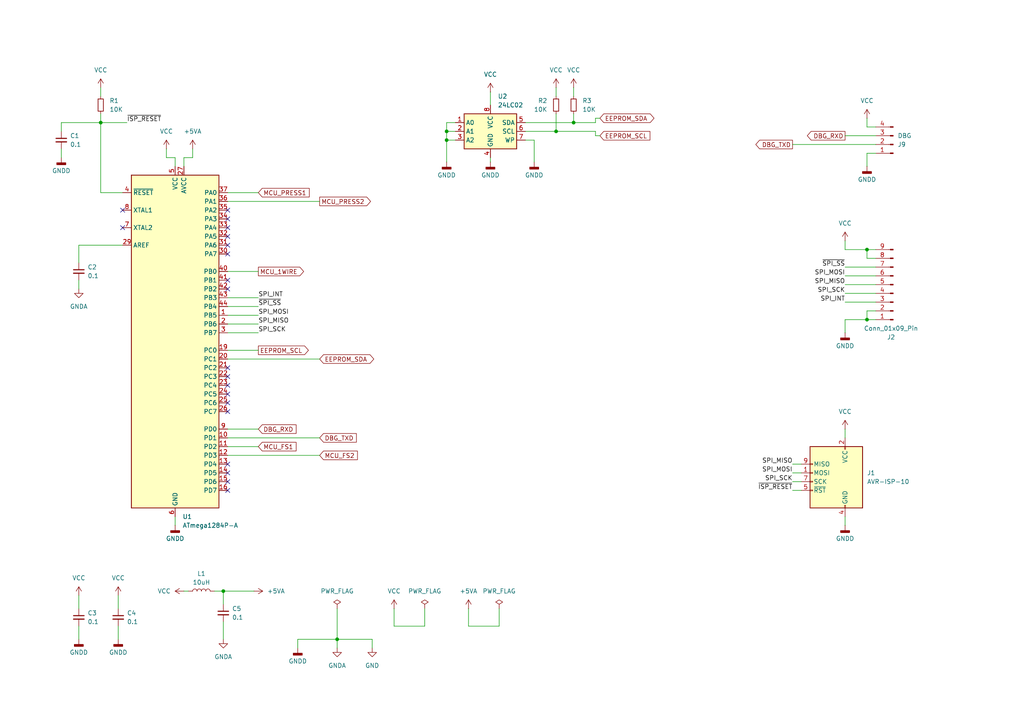
<source format=kicad_sch>
(kicad_sch
	(version 20250114)
	(generator "eeschema")
	(generator_version "9.0")
	(uuid "7d631ec1-ed82-4152-89ca-47edf673332a")
	(paper "A4")
	(lib_symbols
		(symbol "Connector:AVR-ISP-10"
			(pin_names
				(offset 1.016)
			)
			(exclude_from_sim no)
			(in_bom yes)
			(on_board yes)
			(property "Reference" "J"
				(at -6.35 11.43 0)
				(effects
					(font
						(size 1.27 1.27)
					)
					(justify left)
				)
			)
			(property "Value" "AVR-ISP-10"
				(at 0 11.43 0)
				(effects
					(font
						(size 1.27 1.27)
					)
					(justify left)
				)
			)
			(property "Footprint" ""
				(at -6.35 1.27 90)
				(effects
					(font
						(size 1.27 1.27)
					)
					(hide yes)
				)
			)
			(property "Datasheet" "~"
				(at -32.385 -13.97 0)
				(effects
					(font
						(size 1.27 1.27)
					)
					(hide yes)
				)
			)
			(property "Description" "Atmel 10-pin ISP connector"
				(at 0 0 0)
				(effects
					(font
						(size 1.27 1.27)
					)
					(hide yes)
				)
			)
			(property "ki_keywords" "AVR ISP Connector"
				(at 0 0 0)
				(effects
					(font
						(size 1.27 1.27)
					)
					(hide yes)
				)
			)
			(property "ki_fp_filters" "IDC?Header*2x05* Pin?Header*2x05*"
				(at 0 0 0)
				(effects
					(font
						(size 1.27 1.27)
					)
					(hide yes)
				)
			)
			(symbol "AVR-ISP-10_0_1"
				(rectangle
					(start -2.667 10.16)
					(end -2.413 9.398)
					(stroke
						(width 0)
						(type default)
					)
					(fill
						(type none)
					)
				)
				(rectangle
					(start -2.667 -6.858)
					(end -2.413 -7.62)
					(stroke
						(width 0)
						(type default)
					)
					(fill
						(type none)
					)
				)
				(rectangle
					(start 7.62 10.16)
					(end -7.62 -7.62)
					(stroke
						(width 0.254)
						(type default)
					)
					(fill
						(type background)
					)
				)
				(rectangle
					(start 7.62 5.207)
					(end 6.858 4.953)
					(stroke
						(width 0)
						(type default)
					)
					(fill
						(type none)
					)
				)
				(rectangle
					(start 7.62 2.667)
					(end 6.858 2.413)
					(stroke
						(width 0)
						(type default)
					)
					(fill
						(type none)
					)
				)
				(rectangle
					(start 7.62 0.127)
					(end 6.858 -0.127)
					(stroke
						(width 0)
						(type default)
					)
					(fill
						(type none)
					)
				)
				(rectangle
					(start 7.62 -2.413)
					(end 6.858 -2.667)
					(stroke
						(width 0)
						(type default)
					)
					(fill
						(type none)
					)
				)
			)
			(symbol "AVR-ISP-10_1_1"
				(pin passive line
					(at -2.54 12.7 270)
					(length 2.54)
					(name "VCC"
						(effects
							(font
								(size 1.27 1.27)
							)
						)
					)
					(number "2"
						(effects
							(font
								(size 1.27 1.27)
							)
						)
					)
				)
				(pin passive line
					(at -2.54 -10.16 90)
					(length 2.54)
					(hide yes)
					(name "GND"
						(effects
							(font
								(size 1.27 1.27)
							)
						)
					)
					(number "10"
						(effects
							(font
								(size 1.27 1.27)
							)
						)
					)
				)
				(pin passive line
					(at -2.54 -10.16 90)
					(length 2.54)
					(name "GND"
						(effects
							(font
								(size 1.27 1.27)
							)
						)
					)
					(number "4"
						(effects
							(font
								(size 1.27 1.27)
							)
						)
					)
				)
				(pin passive line
					(at -2.54 -10.16 90)
					(length 2.54)
					(hide yes)
					(name "GND"
						(effects
							(font
								(size 1.27 1.27)
							)
						)
					)
					(number "6"
						(effects
							(font
								(size 1.27 1.27)
							)
						)
					)
				)
				(pin passive line
					(at -2.54 -10.16 90)
					(length 2.54)
					(hide yes)
					(name "GND"
						(effects
							(font
								(size 1.27 1.27)
							)
						)
					)
					(number "8"
						(effects
							(font
								(size 1.27 1.27)
							)
						)
					)
				)
				(pin no_connect line
					(at 7.62 -5.08 180)
					(length 2.54)
					(hide yes)
					(name "NC"
						(effects
							(font
								(size 1.27 1.27)
							)
						)
					)
					(number "3"
						(effects
							(font
								(size 1.27 1.27)
							)
						)
					)
				)
				(pin passive line
					(at 10.16 5.08 180)
					(length 2.54)
					(name "MISO"
						(effects
							(font
								(size 1.27 1.27)
							)
						)
					)
					(number "9"
						(effects
							(font
								(size 1.27 1.27)
							)
						)
					)
				)
				(pin passive line
					(at 10.16 2.54 180)
					(length 2.54)
					(name "MOSI"
						(effects
							(font
								(size 1.27 1.27)
							)
						)
					)
					(number "1"
						(effects
							(font
								(size 1.27 1.27)
							)
						)
					)
				)
				(pin passive line
					(at 10.16 0 180)
					(length 2.54)
					(name "SCK"
						(effects
							(font
								(size 1.27 1.27)
							)
						)
					)
					(number "7"
						(effects
							(font
								(size 1.27 1.27)
							)
						)
					)
				)
				(pin passive line
					(at 10.16 -2.54 180)
					(length 2.54)
					(name "~{RST}"
						(effects
							(font
								(size 1.27 1.27)
							)
						)
					)
					(number "5"
						(effects
							(font
								(size 1.27 1.27)
							)
						)
					)
				)
			)
			(embedded_fonts no)
		)
		(symbol "Connector:Conn_01x04_Pin"
			(pin_names
				(offset 1.016)
				(hide yes)
			)
			(exclude_from_sim no)
			(in_bom yes)
			(on_board yes)
			(property "Reference" "J"
				(at 0 5.08 0)
				(effects
					(font
						(size 1.27 1.27)
					)
				)
			)
			(property "Value" "Conn_01x04_Pin"
				(at 0 -7.62 0)
				(effects
					(font
						(size 1.27 1.27)
					)
				)
			)
			(property "Footprint" ""
				(at 0 0 0)
				(effects
					(font
						(size 1.27 1.27)
					)
					(hide yes)
				)
			)
			(property "Datasheet" "~"
				(at 0 0 0)
				(effects
					(font
						(size 1.27 1.27)
					)
					(hide yes)
				)
			)
			(property "Description" "Generic connector, single row, 01x04, script generated"
				(at 0 0 0)
				(effects
					(font
						(size 1.27 1.27)
					)
					(hide yes)
				)
			)
			(property "ki_locked" ""
				(at 0 0 0)
				(effects
					(font
						(size 1.27 1.27)
					)
				)
			)
			(property "ki_keywords" "connector"
				(at 0 0 0)
				(effects
					(font
						(size 1.27 1.27)
					)
					(hide yes)
				)
			)
			(property "ki_fp_filters" "Connector*:*_1x??_*"
				(at 0 0 0)
				(effects
					(font
						(size 1.27 1.27)
					)
					(hide yes)
				)
			)
			(symbol "Conn_01x04_Pin_1_1"
				(rectangle
					(start 0.8636 2.667)
					(end 0 2.413)
					(stroke
						(width 0.1524)
						(type default)
					)
					(fill
						(type outline)
					)
				)
				(rectangle
					(start 0.8636 0.127)
					(end 0 -0.127)
					(stroke
						(width 0.1524)
						(type default)
					)
					(fill
						(type outline)
					)
				)
				(rectangle
					(start 0.8636 -2.413)
					(end 0 -2.667)
					(stroke
						(width 0.1524)
						(type default)
					)
					(fill
						(type outline)
					)
				)
				(rectangle
					(start 0.8636 -4.953)
					(end 0 -5.207)
					(stroke
						(width 0.1524)
						(type default)
					)
					(fill
						(type outline)
					)
				)
				(polyline
					(pts
						(xy 1.27 2.54) (xy 0.8636 2.54)
					)
					(stroke
						(width 0.1524)
						(type default)
					)
					(fill
						(type none)
					)
				)
				(polyline
					(pts
						(xy 1.27 0) (xy 0.8636 0)
					)
					(stroke
						(width 0.1524)
						(type default)
					)
					(fill
						(type none)
					)
				)
				(polyline
					(pts
						(xy 1.27 -2.54) (xy 0.8636 -2.54)
					)
					(stroke
						(width 0.1524)
						(type default)
					)
					(fill
						(type none)
					)
				)
				(polyline
					(pts
						(xy 1.27 -5.08) (xy 0.8636 -5.08)
					)
					(stroke
						(width 0.1524)
						(type default)
					)
					(fill
						(type none)
					)
				)
				(pin passive line
					(at 5.08 2.54 180)
					(length 3.81)
					(name "Pin_1"
						(effects
							(font
								(size 1.27 1.27)
							)
						)
					)
					(number "1"
						(effects
							(font
								(size 1.27 1.27)
							)
						)
					)
				)
				(pin passive line
					(at 5.08 0 180)
					(length 3.81)
					(name "Pin_2"
						(effects
							(font
								(size 1.27 1.27)
							)
						)
					)
					(number "2"
						(effects
							(font
								(size 1.27 1.27)
							)
						)
					)
				)
				(pin passive line
					(at 5.08 -2.54 180)
					(length 3.81)
					(name "Pin_3"
						(effects
							(font
								(size 1.27 1.27)
							)
						)
					)
					(number "3"
						(effects
							(font
								(size 1.27 1.27)
							)
						)
					)
				)
				(pin passive line
					(at 5.08 -5.08 180)
					(length 3.81)
					(name "Pin_4"
						(effects
							(font
								(size 1.27 1.27)
							)
						)
					)
					(number "4"
						(effects
							(font
								(size 1.27 1.27)
							)
						)
					)
				)
			)
			(embedded_fonts no)
		)
		(symbol "Connector:Conn_01x09_Pin"
			(pin_names
				(offset 1.016)
				(hide yes)
			)
			(exclude_from_sim no)
			(in_bom yes)
			(on_board yes)
			(property "Reference" "J"
				(at 0 12.7 0)
				(effects
					(font
						(size 1.27 1.27)
					)
				)
			)
			(property "Value" "Conn_01x09_Pin"
				(at 0 -12.7 0)
				(effects
					(font
						(size 1.27 1.27)
					)
				)
			)
			(property "Footprint" ""
				(at 0 0 0)
				(effects
					(font
						(size 1.27 1.27)
					)
					(hide yes)
				)
			)
			(property "Datasheet" "~"
				(at 0 0 0)
				(effects
					(font
						(size 1.27 1.27)
					)
					(hide yes)
				)
			)
			(property "Description" "Generic connector, single row, 01x09, script generated"
				(at 0 0 0)
				(effects
					(font
						(size 1.27 1.27)
					)
					(hide yes)
				)
			)
			(property "ki_locked" ""
				(at 0 0 0)
				(effects
					(font
						(size 1.27 1.27)
					)
				)
			)
			(property "ki_keywords" "connector"
				(at 0 0 0)
				(effects
					(font
						(size 1.27 1.27)
					)
					(hide yes)
				)
			)
			(property "ki_fp_filters" "Connector*:*_1x??_*"
				(at 0 0 0)
				(effects
					(font
						(size 1.27 1.27)
					)
					(hide yes)
				)
			)
			(symbol "Conn_01x09_Pin_1_1"
				(rectangle
					(start 0.8636 10.287)
					(end 0 10.033)
					(stroke
						(width 0.1524)
						(type default)
					)
					(fill
						(type outline)
					)
				)
				(rectangle
					(start 0.8636 7.747)
					(end 0 7.493)
					(stroke
						(width 0.1524)
						(type default)
					)
					(fill
						(type outline)
					)
				)
				(rectangle
					(start 0.8636 5.207)
					(end 0 4.953)
					(stroke
						(width 0.1524)
						(type default)
					)
					(fill
						(type outline)
					)
				)
				(rectangle
					(start 0.8636 2.667)
					(end 0 2.413)
					(stroke
						(width 0.1524)
						(type default)
					)
					(fill
						(type outline)
					)
				)
				(rectangle
					(start 0.8636 0.127)
					(end 0 -0.127)
					(stroke
						(width 0.1524)
						(type default)
					)
					(fill
						(type outline)
					)
				)
				(rectangle
					(start 0.8636 -2.413)
					(end 0 -2.667)
					(stroke
						(width 0.1524)
						(type default)
					)
					(fill
						(type outline)
					)
				)
				(rectangle
					(start 0.8636 -4.953)
					(end 0 -5.207)
					(stroke
						(width 0.1524)
						(type default)
					)
					(fill
						(type outline)
					)
				)
				(rectangle
					(start 0.8636 -7.493)
					(end 0 -7.747)
					(stroke
						(width 0.1524)
						(type default)
					)
					(fill
						(type outline)
					)
				)
				(rectangle
					(start 0.8636 -10.033)
					(end 0 -10.287)
					(stroke
						(width 0.1524)
						(type default)
					)
					(fill
						(type outline)
					)
				)
				(polyline
					(pts
						(xy 1.27 10.16) (xy 0.8636 10.16)
					)
					(stroke
						(width 0.1524)
						(type default)
					)
					(fill
						(type none)
					)
				)
				(polyline
					(pts
						(xy 1.27 7.62) (xy 0.8636 7.62)
					)
					(stroke
						(width 0.1524)
						(type default)
					)
					(fill
						(type none)
					)
				)
				(polyline
					(pts
						(xy 1.27 5.08) (xy 0.8636 5.08)
					)
					(stroke
						(width 0.1524)
						(type default)
					)
					(fill
						(type none)
					)
				)
				(polyline
					(pts
						(xy 1.27 2.54) (xy 0.8636 2.54)
					)
					(stroke
						(width 0.1524)
						(type default)
					)
					(fill
						(type none)
					)
				)
				(polyline
					(pts
						(xy 1.27 0) (xy 0.8636 0)
					)
					(stroke
						(width 0.1524)
						(type default)
					)
					(fill
						(type none)
					)
				)
				(polyline
					(pts
						(xy 1.27 -2.54) (xy 0.8636 -2.54)
					)
					(stroke
						(width 0.1524)
						(type default)
					)
					(fill
						(type none)
					)
				)
				(polyline
					(pts
						(xy 1.27 -5.08) (xy 0.8636 -5.08)
					)
					(stroke
						(width 0.1524)
						(type default)
					)
					(fill
						(type none)
					)
				)
				(polyline
					(pts
						(xy 1.27 -7.62) (xy 0.8636 -7.62)
					)
					(stroke
						(width 0.1524)
						(type default)
					)
					(fill
						(type none)
					)
				)
				(polyline
					(pts
						(xy 1.27 -10.16) (xy 0.8636 -10.16)
					)
					(stroke
						(width 0.1524)
						(type default)
					)
					(fill
						(type none)
					)
				)
				(pin passive line
					(at 5.08 10.16 180)
					(length 3.81)
					(name "Pin_1"
						(effects
							(font
								(size 1.27 1.27)
							)
						)
					)
					(number "1"
						(effects
							(font
								(size 1.27 1.27)
							)
						)
					)
				)
				(pin passive line
					(at 5.08 7.62 180)
					(length 3.81)
					(name "Pin_2"
						(effects
							(font
								(size 1.27 1.27)
							)
						)
					)
					(number "2"
						(effects
							(font
								(size 1.27 1.27)
							)
						)
					)
				)
				(pin passive line
					(at 5.08 5.08 180)
					(length 3.81)
					(name "Pin_3"
						(effects
							(font
								(size 1.27 1.27)
							)
						)
					)
					(number "3"
						(effects
							(font
								(size 1.27 1.27)
							)
						)
					)
				)
				(pin passive line
					(at 5.08 2.54 180)
					(length 3.81)
					(name "Pin_4"
						(effects
							(font
								(size 1.27 1.27)
							)
						)
					)
					(number "4"
						(effects
							(font
								(size 1.27 1.27)
							)
						)
					)
				)
				(pin passive line
					(at 5.08 0 180)
					(length 3.81)
					(name "Pin_5"
						(effects
							(font
								(size 1.27 1.27)
							)
						)
					)
					(number "5"
						(effects
							(font
								(size 1.27 1.27)
							)
						)
					)
				)
				(pin passive line
					(at 5.08 -2.54 180)
					(length 3.81)
					(name "Pin_6"
						(effects
							(font
								(size 1.27 1.27)
							)
						)
					)
					(number "6"
						(effects
							(font
								(size 1.27 1.27)
							)
						)
					)
				)
				(pin passive line
					(at 5.08 -5.08 180)
					(length 3.81)
					(name "Pin_7"
						(effects
							(font
								(size 1.27 1.27)
							)
						)
					)
					(number "7"
						(effects
							(font
								(size 1.27 1.27)
							)
						)
					)
				)
				(pin passive line
					(at 5.08 -7.62 180)
					(length 3.81)
					(name "Pin_8"
						(effects
							(font
								(size 1.27 1.27)
							)
						)
					)
					(number "8"
						(effects
							(font
								(size 1.27 1.27)
							)
						)
					)
				)
				(pin passive line
					(at 5.08 -10.16 180)
					(length 3.81)
					(name "Pin_9"
						(effects
							(font
								(size 1.27 1.27)
							)
						)
					)
					(number "9"
						(effects
							(font
								(size 1.27 1.27)
							)
						)
					)
				)
			)
			(embedded_fonts no)
		)
		(symbol "Device:C_Small"
			(pin_numbers
				(hide yes)
			)
			(pin_names
				(offset 0.254)
				(hide yes)
			)
			(exclude_from_sim no)
			(in_bom yes)
			(on_board yes)
			(property "Reference" "C"
				(at 0.254 1.778 0)
				(effects
					(font
						(size 1.27 1.27)
					)
					(justify left)
				)
			)
			(property "Value" "C_Small"
				(at 0.254 -2.032 0)
				(effects
					(font
						(size 1.27 1.27)
					)
					(justify left)
				)
			)
			(property "Footprint" ""
				(at 0 0 0)
				(effects
					(font
						(size 1.27 1.27)
					)
					(hide yes)
				)
			)
			(property "Datasheet" "~"
				(at 0 0 0)
				(effects
					(font
						(size 1.27 1.27)
					)
					(hide yes)
				)
			)
			(property "Description" "Unpolarized capacitor, small symbol"
				(at 0 0 0)
				(effects
					(font
						(size 1.27 1.27)
					)
					(hide yes)
				)
			)
			(property "ki_keywords" "capacitor cap"
				(at 0 0 0)
				(effects
					(font
						(size 1.27 1.27)
					)
					(hide yes)
				)
			)
			(property "ki_fp_filters" "C_*"
				(at 0 0 0)
				(effects
					(font
						(size 1.27 1.27)
					)
					(hide yes)
				)
			)
			(symbol "C_Small_0_1"
				(polyline
					(pts
						(xy -1.524 0.508) (xy 1.524 0.508)
					)
					(stroke
						(width 0.3048)
						(type default)
					)
					(fill
						(type none)
					)
				)
				(polyline
					(pts
						(xy -1.524 -0.508) (xy 1.524 -0.508)
					)
					(stroke
						(width 0.3302)
						(type default)
					)
					(fill
						(type none)
					)
				)
			)
			(symbol "C_Small_1_1"
				(pin passive line
					(at 0 2.54 270)
					(length 2.032)
					(name "~"
						(effects
							(font
								(size 1.27 1.27)
							)
						)
					)
					(number "1"
						(effects
							(font
								(size 1.27 1.27)
							)
						)
					)
				)
				(pin passive line
					(at 0 -2.54 90)
					(length 2.032)
					(name "~"
						(effects
							(font
								(size 1.27 1.27)
							)
						)
					)
					(number "2"
						(effects
							(font
								(size 1.27 1.27)
							)
						)
					)
				)
			)
			(embedded_fonts no)
		)
		(symbol "Device:L"
			(pin_numbers
				(hide yes)
			)
			(pin_names
				(offset 1.016)
				(hide yes)
			)
			(exclude_from_sim no)
			(in_bom yes)
			(on_board yes)
			(property "Reference" "L"
				(at -1.27 0 90)
				(effects
					(font
						(size 1.27 1.27)
					)
				)
			)
			(property "Value" "L"
				(at 1.905 0 90)
				(effects
					(font
						(size 1.27 1.27)
					)
				)
			)
			(property "Footprint" ""
				(at 0 0 0)
				(effects
					(font
						(size 1.27 1.27)
					)
					(hide yes)
				)
			)
			(property "Datasheet" "~"
				(at 0 0 0)
				(effects
					(font
						(size 1.27 1.27)
					)
					(hide yes)
				)
			)
			(property "Description" "Inductor"
				(at 0 0 0)
				(effects
					(font
						(size 1.27 1.27)
					)
					(hide yes)
				)
			)
			(property "ki_keywords" "inductor choke coil reactor magnetic"
				(at 0 0 0)
				(effects
					(font
						(size 1.27 1.27)
					)
					(hide yes)
				)
			)
			(property "ki_fp_filters" "Choke_* *Coil* Inductor_* L_*"
				(at 0 0 0)
				(effects
					(font
						(size 1.27 1.27)
					)
					(hide yes)
				)
			)
			(symbol "L_0_1"
				(arc
					(start 0 2.54)
					(mid 0.6323 1.905)
					(end 0 1.27)
					(stroke
						(width 0)
						(type default)
					)
					(fill
						(type none)
					)
				)
				(arc
					(start 0 1.27)
					(mid 0.6323 0.635)
					(end 0 0)
					(stroke
						(width 0)
						(type default)
					)
					(fill
						(type none)
					)
				)
				(arc
					(start 0 0)
					(mid 0.6323 -0.635)
					(end 0 -1.27)
					(stroke
						(width 0)
						(type default)
					)
					(fill
						(type none)
					)
				)
				(arc
					(start 0 -1.27)
					(mid 0.6323 -1.905)
					(end 0 -2.54)
					(stroke
						(width 0)
						(type default)
					)
					(fill
						(type none)
					)
				)
			)
			(symbol "L_1_1"
				(pin passive line
					(at 0 3.81 270)
					(length 1.27)
					(name "1"
						(effects
							(font
								(size 1.27 1.27)
							)
						)
					)
					(number "1"
						(effects
							(font
								(size 1.27 1.27)
							)
						)
					)
				)
				(pin passive line
					(at 0 -3.81 90)
					(length 1.27)
					(name "2"
						(effects
							(font
								(size 1.27 1.27)
							)
						)
					)
					(number "2"
						(effects
							(font
								(size 1.27 1.27)
							)
						)
					)
				)
			)
			(embedded_fonts no)
		)
		(symbol "Device:R_Small"
			(pin_numbers
				(hide yes)
			)
			(pin_names
				(offset 0.254)
				(hide yes)
			)
			(exclude_from_sim no)
			(in_bom yes)
			(on_board yes)
			(property "Reference" "R"
				(at 0 0 90)
				(effects
					(font
						(size 1.016 1.016)
					)
				)
			)
			(property "Value" "R_Small"
				(at 1.778 0 90)
				(effects
					(font
						(size 1.27 1.27)
					)
				)
			)
			(property "Footprint" ""
				(at 0 0 0)
				(effects
					(font
						(size 1.27 1.27)
					)
					(hide yes)
				)
			)
			(property "Datasheet" "~"
				(at 0 0 0)
				(effects
					(font
						(size 1.27 1.27)
					)
					(hide yes)
				)
			)
			(property "Description" "Resistor, small symbol"
				(at 0 0 0)
				(effects
					(font
						(size 1.27 1.27)
					)
					(hide yes)
				)
			)
			(property "ki_keywords" "R resistor"
				(at 0 0 0)
				(effects
					(font
						(size 1.27 1.27)
					)
					(hide yes)
				)
			)
			(property "ki_fp_filters" "R_*"
				(at 0 0 0)
				(effects
					(font
						(size 1.27 1.27)
					)
					(hide yes)
				)
			)
			(symbol "R_Small_0_1"
				(rectangle
					(start -0.762 1.778)
					(end 0.762 -1.778)
					(stroke
						(width 0.2032)
						(type default)
					)
					(fill
						(type none)
					)
				)
			)
			(symbol "R_Small_1_1"
				(pin passive line
					(at 0 2.54 270)
					(length 0.762)
					(name "~"
						(effects
							(font
								(size 1.27 1.27)
							)
						)
					)
					(number "1"
						(effects
							(font
								(size 1.27 1.27)
							)
						)
					)
				)
				(pin passive line
					(at 0 -2.54 90)
					(length 0.762)
					(name "~"
						(effects
							(font
								(size 1.27 1.27)
							)
						)
					)
					(number "2"
						(effects
							(font
								(size 1.27 1.27)
							)
						)
					)
				)
			)
			(embedded_fonts no)
		)
		(symbol "MCU_Microchip_ATmega:ATmega1284P-A"
			(exclude_from_sim no)
			(in_bom yes)
			(on_board yes)
			(property "Reference" "U"
				(at -12.7 49.53 0)
				(effects
					(font
						(size 1.27 1.27)
					)
					(justify left bottom)
				)
			)
			(property "Value" "ATmega1284P-A"
				(at 2.54 -49.53 0)
				(effects
					(font
						(size 1.27 1.27)
					)
					(justify left top)
				)
			)
			(property "Footprint" "Package_QFP:TQFP-44_10x10mm_P0.8mm"
				(at 0 0 0)
				(effects
					(font
						(size 1.27 1.27)
						(italic yes)
					)
					(hide yes)
				)
			)
			(property "Datasheet" "http://ww1.microchip.com/downloads/en/DeviceDoc/Atmel-8272-8-bit-AVR-microcontroller-ATmega164A_PA-324A_PA-644A_PA-1284_P_datasheet.pdf"
				(at 0 0 0)
				(effects
					(font
						(size 1.27 1.27)
					)
					(hide yes)
				)
			)
			(property "Description" "20MHz, 128kB Flash, 16kB SRAM, 4kB EEPROM, JTAG, TQFP-44"
				(at 0 0 0)
				(effects
					(font
						(size 1.27 1.27)
					)
					(hide yes)
				)
			)
			(property "ki_keywords" "AVR 8bit Microcontroller MegaAVR PicoPower"
				(at 0 0 0)
				(effects
					(font
						(size 1.27 1.27)
					)
					(hide yes)
				)
			)
			(property "ki_fp_filters" "TQFP*10x10mm*P0.8mm*"
				(at 0 0 0)
				(effects
					(font
						(size 1.27 1.27)
					)
					(hide yes)
				)
			)
			(symbol "ATmega1284P-A_0_1"
				(rectangle
					(start -12.7 -48.26)
					(end 12.7 48.26)
					(stroke
						(width 0.254)
						(type default)
					)
					(fill
						(type background)
					)
				)
			)
			(symbol "ATmega1284P-A_1_1"
				(pin input line
					(at -15.24 43.18 0)
					(length 2.54)
					(name "~{RESET}"
						(effects
							(font
								(size 1.27 1.27)
							)
						)
					)
					(number "4"
						(effects
							(font
								(size 1.27 1.27)
							)
						)
					)
				)
				(pin input line
					(at -15.24 38.1 0)
					(length 2.54)
					(name "XTAL1"
						(effects
							(font
								(size 1.27 1.27)
							)
						)
					)
					(number "8"
						(effects
							(font
								(size 1.27 1.27)
							)
						)
					)
				)
				(pin output line
					(at -15.24 33.02 0)
					(length 2.54)
					(name "XTAL2"
						(effects
							(font
								(size 1.27 1.27)
							)
						)
					)
					(number "7"
						(effects
							(font
								(size 1.27 1.27)
							)
						)
					)
				)
				(pin passive line
					(at -15.24 27.94 0)
					(length 2.54)
					(name "AREF"
						(effects
							(font
								(size 1.27 1.27)
							)
						)
					)
					(number "29"
						(effects
							(font
								(size 1.27 1.27)
							)
						)
					)
				)
				(pin passive line
					(at 0 50.8 270)
					(length 2.54)
					(hide yes)
					(name "VCC"
						(effects
							(font
								(size 1.27 1.27)
							)
						)
					)
					(number "17"
						(effects
							(font
								(size 1.27 1.27)
							)
						)
					)
				)
				(pin passive line
					(at 0 50.8 270)
					(length 2.54)
					(hide yes)
					(name "VCC"
						(effects
							(font
								(size 1.27 1.27)
							)
						)
					)
					(number "38"
						(effects
							(font
								(size 1.27 1.27)
							)
						)
					)
				)
				(pin power_in line
					(at 0 50.8 270)
					(length 2.54)
					(name "VCC"
						(effects
							(font
								(size 1.27 1.27)
							)
						)
					)
					(number "5"
						(effects
							(font
								(size 1.27 1.27)
							)
						)
					)
				)
				(pin passive line
					(at 0 -50.8 90)
					(length 2.54)
					(hide yes)
					(name "GND"
						(effects
							(font
								(size 1.27 1.27)
							)
						)
					)
					(number "18"
						(effects
							(font
								(size 1.27 1.27)
							)
						)
					)
				)
				(pin passive line
					(at 0 -50.8 90)
					(length 2.54)
					(hide yes)
					(name "GND"
						(effects
							(font
								(size 1.27 1.27)
							)
						)
					)
					(number "28"
						(effects
							(font
								(size 1.27 1.27)
							)
						)
					)
				)
				(pin passive line
					(at 0 -50.8 90)
					(length 2.54)
					(hide yes)
					(name "GND"
						(effects
							(font
								(size 1.27 1.27)
							)
						)
					)
					(number "39"
						(effects
							(font
								(size 1.27 1.27)
							)
						)
					)
				)
				(pin power_in line
					(at 0 -50.8 90)
					(length 2.54)
					(name "GND"
						(effects
							(font
								(size 1.27 1.27)
							)
						)
					)
					(number "6"
						(effects
							(font
								(size 1.27 1.27)
							)
						)
					)
				)
				(pin power_in line
					(at 2.54 50.8 270)
					(length 2.54)
					(name "AVCC"
						(effects
							(font
								(size 1.27 1.27)
							)
						)
					)
					(number "27"
						(effects
							(font
								(size 1.27 1.27)
							)
						)
					)
				)
				(pin bidirectional line
					(at 15.24 43.18 180)
					(length 2.54)
					(name "PA0"
						(effects
							(font
								(size 1.27 1.27)
							)
						)
					)
					(number "37"
						(effects
							(font
								(size 1.27 1.27)
							)
						)
					)
				)
				(pin bidirectional line
					(at 15.24 40.64 180)
					(length 2.54)
					(name "PA1"
						(effects
							(font
								(size 1.27 1.27)
							)
						)
					)
					(number "36"
						(effects
							(font
								(size 1.27 1.27)
							)
						)
					)
				)
				(pin bidirectional line
					(at 15.24 38.1 180)
					(length 2.54)
					(name "PA2"
						(effects
							(font
								(size 1.27 1.27)
							)
						)
					)
					(number "35"
						(effects
							(font
								(size 1.27 1.27)
							)
						)
					)
				)
				(pin bidirectional line
					(at 15.24 35.56 180)
					(length 2.54)
					(name "PA3"
						(effects
							(font
								(size 1.27 1.27)
							)
						)
					)
					(number "34"
						(effects
							(font
								(size 1.27 1.27)
							)
						)
					)
				)
				(pin bidirectional line
					(at 15.24 33.02 180)
					(length 2.54)
					(name "PA4"
						(effects
							(font
								(size 1.27 1.27)
							)
						)
					)
					(number "33"
						(effects
							(font
								(size 1.27 1.27)
							)
						)
					)
				)
				(pin bidirectional line
					(at 15.24 30.48 180)
					(length 2.54)
					(name "PA5"
						(effects
							(font
								(size 1.27 1.27)
							)
						)
					)
					(number "32"
						(effects
							(font
								(size 1.27 1.27)
							)
						)
					)
				)
				(pin bidirectional line
					(at 15.24 27.94 180)
					(length 2.54)
					(name "PA6"
						(effects
							(font
								(size 1.27 1.27)
							)
						)
					)
					(number "31"
						(effects
							(font
								(size 1.27 1.27)
							)
						)
					)
				)
				(pin bidirectional line
					(at 15.24 25.4 180)
					(length 2.54)
					(name "PA7"
						(effects
							(font
								(size 1.27 1.27)
							)
						)
					)
					(number "30"
						(effects
							(font
								(size 1.27 1.27)
							)
						)
					)
				)
				(pin bidirectional line
					(at 15.24 20.32 180)
					(length 2.54)
					(name "PB0"
						(effects
							(font
								(size 1.27 1.27)
							)
						)
					)
					(number "40"
						(effects
							(font
								(size 1.27 1.27)
							)
						)
					)
				)
				(pin bidirectional line
					(at 15.24 17.78 180)
					(length 2.54)
					(name "PB1"
						(effects
							(font
								(size 1.27 1.27)
							)
						)
					)
					(number "41"
						(effects
							(font
								(size 1.27 1.27)
							)
						)
					)
				)
				(pin bidirectional line
					(at 15.24 15.24 180)
					(length 2.54)
					(name "PB2"
						(effects
							(font
								(size 1.27 1.27)
							)
						)
					)
					(number "42"
						(effects
							(font
								(size 1.27 1.27)
							)
						)
					)
				)
				(pin bidirectional line
					(at 15.24 12.7 180)
					(length 2.54)
					(name "PB3"
						(effects
							(font
								(size 1.27 1.27)
							)
						)
					)
					(number "43"
						(effects
							(font
								(size 1.27 1.27)
							)
						)
					)
				)
				(pin bidirectional line
					(at 15.24 10.16 180)
					(length 2.54)
					(name "PB4"
						(effects
							(font
								(size 1.27 1.27)
							)
						)
					)
					(number "44"
						(effects
							(font
								(size 1.27 1.27)
							)
						)
					)
				)
				(pin bidirectional line
					(at 15.24 7.62 180)
					(length 2.54)
					(name "PB5"
						(effects
							(font
								(size 1.27 1.27)
							)
						)
					)
					(number "1"
						(effects
							(font
								(size 1.27 1.27)
							)
						)
					)
				)
				(pin bidirectional line
					(at 15.24 5.08 180)
					(length 2.54)
					(name "PB6"
						(effects
							(font
								(size 1.27 1.27)
							)
						)
					)
					(number "2"
						(effects
							(font
								(size 1.27 1.27)
							)
						)
					)
				)
				(pin bidirectional line
					(at 15.24 2.54 180)
					(length 2.54)
					(name "PB7"
						(effects
							(font
								(size 1.27 1.27)
							)
						)
					)
					(number "3"
						(effects
							(font
								(size 1.27 1.27)
							)
						)
					)
				)
				(pin bidirectional line
					(at 15.24 -2.54 180)
					(length 2.54)
					(name "PC0"
						(effects
							(font
								(size 1.27 1.27)
							)
						)
					)
					(number "19"
						(effects
							(font
								(size 1.27 1.27)
							)
						)
					)
				)
				(pin bidirectional line
					(at 15.24 -5.08 180)
					(length 2.54)
					(name "PC1"
						(effects
							(font
								(size 1.27 1.27)
							)
						)
					)
					(number "20"
						(effects
							(font
								(size 1.27 1.27)
							)
						)
					)
				)
				(pin bidirectional line
					(at 15.24 -7.62 180)
					(length 2.54)
					(name "PC2"
						(effects
							(font
								(size 1.27 1.27)
							)
						)
					)
					(number "21"
						(effects
							(font
								(size 1.27 1.27)
							)
						)
					)
				)
				(pin bidirectional line
					(at 15.24 -10.16 180)
					(length 2.54)
					(name "PC3"
						(effects
							(font
								(size 1.27 1.27)
							)
						)
					)
					(number "22"
						(effects
							(font
								(size 1.27 1.27)
							)
						)
					)
				)
				(pin bidirectional line
					(at 15.24 -12.7 180)
					(length 2.54)
					(name "PC4"
						(effects
							(font
								(size 1.27 1.27)
							)
						)
					)
					(number "23"
						(effects
							(font
								(size 1.27 1.27)
							)
						)
					)
				)
				(pin bidirectional line
					(at 15.24 -15.24 180)
					(length 2.54)
					(name "PC5"
						(effects
							(font
								(size 1.27 1.27)
							)
						)
					)
					(number "24"
						(effects
							(font
								(size 1.27 1.27)
							)
						)
					)
				)
				(pin bidirectional line
					(at 15.24 -17.78 180)
					(length 2.54)
					(name "PC6"
						(effects
							(font
								(size 1.27 1.27)
							)
						)
					)
					(number "25"
						(effects
							(font
								(size 1.27 1.27)
							)
						)
					)
				)
				(pin bidirectional line
					(at 15.24 -20.32 180)
					(length 2.54)
					(name "PC7"
						(effects
							(font
								(size 1.27 1.27)
							)
						)
					)
					(number "26"
						(effects
							(font
								(size 1.27 1.27)
							)
						)
					)
				)
				(pin bidirectional line
					(at 15.24 -25.4 180)
					(length 2.54)
					(name "PD0"
						(effects
							(font
								(size 1.27 1.27)
							)
						)
					)
					(number "9"
						(effects
							(font
								(size 1.27 1.27)
							)
						)
					)
				)
				(pin bidirectional line
					(at 15.24 -27.94 180)
					(length 2.54)
					(name "PD1"
						(effects
							(font
								(size 1.27 1.27)
							)
						)
					)
					(number "10"
						(effects
							(font
								(size 1.27 1.27)
							)
						)
					)
				)
				(pin bidirectional line
					(at 15.24 -30.48 180)
					(length 2.54)
					(name "PD2"
						(effects
							(font
								(size 1.27 1.27)
							)
						)
					)
					(number "11"
						(effects
							(font
								(size 1.27 1.27)
							)
						)
					)
				)
				(pin bidirectional line
					(at 15.24 -33.02 180)
					(length 2.54)
					(name "PD3"
						(effects
							(font
								(size 1.27 1.27)
							)
						)
					)
					(number "12"
						(effects
							(font
								(size 1.27 1.27)
							)
						)
					)
				)
				(pin bidirectional line
					(at 15.24 -35.56 180)
					(length 2.54)
					(name "PD4"
						(effects
							(font
								(size 1.27 1.27)
							)
						)
					)
					(number "13"
						(effects
							(font
								(size 1.27 1.27)
							)
						)
					)
				)
				(pin bidirectional line
					(at 15.24 -38.1 180)
					(length 2.54)
					(name "PD5"
						(effects
							(font
								(size 1.27 1.27)
							)
						)
					)
					(number "14"
						(effects
							(font
								(size 1.27 1.27)
							)
						)
					)
				)
				(pin bidirectional line
					(at 15.24 -40.64 180)
					(length 2.54)
					(name "PD6"
						(effects
							(font
								(size 1.27 1.27)
							)
						)
					)
					(number "15"
						(effects
							(font
								(size 1.27 1.27)
							)
						)
					)
				)
				(pin bidirectional line
					(at 15.24 -43.18 180)
					(length 2.54)
					(name "PD7"
						(effects
							(font
								(size 1.27 1.27)
							)
						)
					)
					(number "16"
						(effects
							(font
								(size 1.27 1.27)
							)
						)
					)
				)
			)
			(embedded_fonts no)
		)
		(symbol "Memory_EEPROM:24LC02"
			(exclude_from_sim no)
			(in_bom yes)
			(on_board yes)
			(property "Reference" "U"
				(at -6.35 6.35 0)
				(effects
					(font
						(size 1.27 1.27)
					)
				)
			)
			(property "Value" "24LC02"
				(at 1.27 6.35 0)
				(effects
					(font
						(size 1.27 1.27)
					)
					(justify left)
				)
			)
			(property "Footprint" ""
				(at 0 0 0)
				(effects
					(font
						(size 1.27 1.27)
					)
					(hide yes)
				)
			)
			(property "Datasheet" "http://ww1.microchip.com/downloads/en/DeviceDoc/21709c.pdf"
				(at 0 0 0)
				(effects
					(font
						(size 1.27 1.27)
					)
					(hide yes)
				)
			)
			(property "Description" "I2C Serial EEPROM, 2Kb, DIP-8/SOIC-8/TSSOP-8/DFN-8"
				(at 0 0 0)
				(effects
					(font
						(size 1.27 1.27)
					)
					(hide yes)
				)
			)
			(property "ki_keywords" "I2C Serial EEPROM"
				(at 0 0 0)
				(effects
					(font
						(size 1.27 1.27)
					)
					(hide yes)
				)
			)
			(property "ki_fp_filters" "DIP*W7.62mm* SOIC*3.9x4.9mm* TSSOP*4.4x3mm*P0.65mm* DFN*3x2mm*P0.5mm*"
				(at 0 0 0)
				(effects
					(font
						(size 1.27 1.27)
					)
					(hide yes)
				)
			)
			(symbol "24LC02_1_1"
				(rectangle
					(start -7.62 5.08)
					(end 7.62 -5.08)
					(stroke
						(width 0.254)
						(type default)
					)
					(fill
						(type background)
					)
				)
				(pin input line
					(at -10.16 2.54 0)
					(length 2.54)
					(name "A0"
						(effects
							(font
								(size 1.27 1.27)
							)
						)
					)
					(number "1"
						(effects
							(font
								(size 1.27 1.27)
							)
						)
					)
				)
				(pin input line
					(at -10.16 0 0)
					(length 2.54)
					(name "A1"
						(effects
							(font
								(size 1.27 1.27)
							)
						)
					)
					(number "2"
						(effects
							(font
								(size 1.27 1.27)
							)
						)
					)
				)
				(pin input line
					(at -10.16 -2.54 0)
					(length 2.54)
					(name "A2"
						(effects
							(font
								(size 1.27 1.27)
							)
						)
					)
					(number "3"
						(effects
							(font
								(size 1.27 1.27)
							)
						)
					)
				)
				(pin power_in line
					(at 0 7.62 270)
					(length 2.54)
					(name "VCC"
						(effects
							(font
								(size 1.27 1.27)
							)
						)
					)
					(number "8"
						(effects
							(font
								(size 1.27 1.27)
							)
						)
					)
				)
				(pin power_in line
					(at 0 -7.62 90)
					(length 2.54)
					(name "GND"
						(effects
							(font
								(size 1.27 1.27)
							)
						)
					)
					(number "4"
						(effects
							(font
								(size 1.27 1.27)
							)
						)
					)
				)
				(pin bidirectional line
					(at 10.16 2.54 180)
					(length 2.54)
					(name "SDA"
						(effects
							(font
								(size 1.27 1.27)
							)
						)
					)
					(number "5"
						(effects
							(font
								(size 1.27 1.27)
							)
						)
					)
				)
				(pin input line
					(at 10.16 0 180)
					(length 2.54)
					(name "SCL"
						(effects
							(font
								(size 1.27 1.27)
							)
						)
					)
					(number "6"
						(effects
							(font
								(size 1.27 1.27)
							)
						)
					)
				)
				(pin input line
					(at 10.16 -2.54 180)
					(length 2.54)
					(name "WP"
						(effects
							(font
								(size 1.27 1.27)
							)
						)
					)
					(number "7"
						(effects
							(font
								(size 1.27 1.27)
							)
						)
					)
				)
			)
			(embedded_fonts no)
		)
		(symbol "power:+5VA"
			(power)
			(pin_numbers
				(hide yes)
			)
			(pin_names
				(offset 0)
				(hide yes)
			)
			(exclude_from_sim no)
			(in_bom yes)
			(on_board yes)
			(property "Reference" "#PWR"
				(at 0 -3.81 0)
				(effects
					(font
						(size 1.27 1.27)
					)
					(hide yes)
				)
			)
			(property "Value" "+5VA"
				(at 0 3.556 0)
				(effects
					(font
						(size 1.27 1.27)
					)
				)
			)
			(property "Footprint" ""
				(at 0 0 0)
				(effects
					(font
						(size 1.27 1.27)
					)
					(hide yes)
				)
			)
			(property "Datasheet" ""
				(at 0 0 0)
				(effects
					(font
						(size 1.27 1.27)
					)
					(hide yes)
				)
			)
			(property "Description" "Power symbol creates a global label with name \"+5VA\""
				(at 0 0 0)
				(effects
					(font
						(size 1.27 1.27)
					)
					(hide yes)
				)
			)
			(property "ki_keywords" "global power"
				(at 0 0 0)
				(effects
					(font
						(size 1.27 1.27)
					)
					(hide yes)
				)
			)
			(symbol "+5VA_0_1"
				(polyline
					(pts
						(xy -0.762 1.27) (xy 0 2.54)
					)
					(stroke
						(width 0)
						(type default)
					)
					(fill
						(type none)
					)
				)
				(polyline
					(pts
						(xy 0 2.54) (xy 0.762 1.27)
					)
					(stroke
						(width 0)
						(type default)
					)
					(fill
						(type none)
					)
				)
				(polyline
					(pts
						(xy 0 0) (xy 0 2.54)
					)
					(stroke
						(width 0)
						(type default)
					)
					(fill
						(type none)
					)
				)
			)
			(symbol "+5VA_1_1"
				(pin power_in line
					(at 0 0 90)
					(length 0)
					(name "~"
						(effects
							(font
								(size 1.27 1.27)
							)
						)
					)
					(number "1"
						(effects
							(font
								(size 1.27 1.27)
							)
						)
					)
				)
			)
			(embedded_fonts no)
		)
		(symbol "power:GND"
			(power)
			(pin_numbers
				(hide yes)
			)
			(pin_names
				(offset 0)
				(hide yes)
			)
			(exclude_from_sim no)
			(in_bom yes)
			(on_board yes)
			(property "Reference" "#PWR"
				(at 0 -6.35 0)
				(effects
					(font
						(size 1.27 1.27)
					)
					(hide yes)
				)
			)
			(property "Value" "GND"
				(at 0 -3.81 0)
				(effects
					(font
						(size 1.27 1.27)
					)
				)
			)
			(property "Footprint" ""
				(at 0 0 0)
				(effects
					(font
						(size 1.27 1.27)
					)
					(hide yes)
				)
			)
			(property "Datasheet" ""
				(at 0 0 0)
				(effects
					(font
						(size 1.27 1.27)
					)
					(hide yes)
				)
			)
			(property "Description" "Power symbol creates a global label with name \"GND\" , ground"
				(at 0 0 0)
				(effects
					(font
						(size 1.27 1.27)
					)
					(hide yes)
				)
			)
			(property "ki_keywords" "global power"
				(at 0 0 0)
				(effects
					(font
						(size 1.27 1.27)
					)
					(hide yes)
				)
			)
			(symbol "GND_0_1"
				(polyline
					(pts
						(xy 0 0) (xy 0 -1.27) (xy 1.27 -1.27) (xy 0 -2.54) (xy -1.27 -1.27) (xy 0 -1.27)
					)
					(stroke
						(width 0)
						(type default)
					)
					(fill
						(type none)
					)
				)
			)
			(symbol "GND_1_1"
				(pin power_in line
					(at 0 0 270)
					(length 0)
					(name "~"
						(effects
							(font
								(size 1.27 1.27)
							)
						)
					)
					(number "1"
						(effects
							(font
								(size 1.27 1.27)
							)
						)
					)
				)
			)
			(embedded_fonts no)
		)
		(symbol "power:GNDA"
			(power)
			(pin_numbers
				(hide yes)
			)
			(pin_names
				(offset 0)
				(hide yes)
			)
			(exclude_from_sim no)
			(in_bom yes)
			(on_board yes)
			(property "Reference" "#PWR"
				(at 0 -6.35 0)
				(effects
					(font
						(size 1.27 1.27)
					)
					(hide yes)
				)
			)
			(property "Value" "GNDA"
				(at 0 -3.81 0)
				(effects
					(font
						(size 1.27 1.27)
					)
				)
			)
			(property "Footprint" ""
				(at 0 0 0)
				(effects
					(font
						(size 1.27 1.27)
					)
					(hide yes)
				)
			)
			(property "Datasheet" ""
				(at 0 0 0)
				(effects
					(font
						(size 1.27 1.27)
					)
					(hide yes)
				)
			)
			(property "Description" "Power symbol creates a global label with name \"GNDA\" , analog ground"
				(at 0 0 0)
				(effects
					(font
						(size 1.27 1.27)
					)
					(hide yes)
				)
			)
			(property "ki_keywords" "global power"
				(at 0 0 0)
				(effects
					(font
						(size 1.27 1.27)
					)
					(hide yes)
				)
			)
			(symbol "GNDA_0_1"
				(polyline
					(pts
						(xy 0 0) (xy 0 -1.27) (xy 1.27 -1.27) (xy 0 -2.54) (xy -1.27 -1.27) (xy 0 -1.27)
					)
					(stroke
						(width 0)
						(type default)
					)
					(fill
						(type none)
					)
				)
			)
			(symbol "GNDA_1_1"
				(pin power_in line
					(at 0 0 270)
					(length 0)
					(name "~"
						(effects
							(font
								(size 1.27 1.27)
							)
						)
					)
					(number "1"
						(effects
							(font
								(size 1.27 1.27)
							)
						)
					)
				)
			)
			(embedded_fonts no)
		)
		(symbol "power:GNDD"
			(power)
			(pin_numbers
				(hide yes)
			)
			(pin_names
				(offset 0)
				(hide yes)
			)
			(exclude_from_sim no)
			(in_bom yes)
			(on_board yes)
			(property "Reference" "#PWR"
				(at 0 -6.35 0)
				(effects
					(font
						(size 1.27 1.27)
					)
					(hide yes)
				)
			)
			(property "Value" "GNDD"
				(at 0 -3.175 0)
				(effects
					(font
						(size 1.27 1.27)
					)
				)
			)
			(property "Footprint" ""
				(at 0 0 0)
				(effects
					(font
						(size 1.27 1.27)
					)
					(hide yes)
				)
			)
			(property "Datasheet" ""
				(at 0 0 0)
				(effects
					(font
						(size 1.27 1.27)
					)
					(hide yes)
				)
			)
			(property "Description" "Power symbol creates a global label with name \"GNDD\" , digital ground"
				(at 0 0 0)
				(effects
					(font
						(size 1.27 1.27)
					)
					(hide yes)
				)
			)
			(property "ki_keywords" "global power"
				(at 0 0 0)
				(effects
					(font
						(size 1.27 1.27)
					)
					(hide yes)
				)
			)
			(symbol "GNDD_0_1"
				(rectangle
					(start -1.27 -1.524)
					(end 1.27 -2.032)
					(stroke
						(width 0.254)
						(type default)
					)
					(fill
						(type outline)
					)
				)
				(polyline
					(pts
						(xy 0 0) (xy 0 -1.524)
					)
					(stroke
						(width 0)
						(type default)
					)
					(fill
						(type none)
					)
				)
			)
			(symbol "GNDD_1_1"
				(pin power_in line
					(at 0 0 270)
					(length 0)
					(name "~"
						(effects
							(font
								(size 1.27 1.27)
							)
						)
					)
					(number "1"
						(effects
							(font
								(size 1.27 1.27)
							)
						)
					)
				)
			)
			(embedded_fonts no)
		)
		(symbol "power:PWR_FLAG"
			(power)
			(pin_numbers
				(hide yes)
			)
			(pin_names
				(offset 0)
				(hide yes)
			)
			(exclude_from_sim no)
			(in_bom yes)
			(on_board yes)
			(property "Reference" "#FLG"
				(at 0 1.905 0)
				(effects
					(font
						(size 1.27 1.27)
					)
					(hide yes)
				)
			)
			(property "Value" "PWR_FLAG"
				(at 0 3.81 0)
				(effects
					(font
						(size 1.27 1.27)
					)
				)
			)
			(property "Footprint" ""
				(at 0 0 0)
				(effects
					(font
						(size 1.27 1.27)
					)
					(hide yes)
				)
			)
			(property "Datasheet" "~"
				(at 0 0 0)
				(effects
					(font
						(size 1.27 1.27)
					)
					(hide yes)
				)
			)
			(property "Description" "Special symbol for telling ERC where power comes from"
				(at 0 0 0)
				(effects
					(font
						(size 1.27 1.27)
					)
					(hide yes)
				)
			)
			(property "ki_keywords" "flag power"
				(at 0 0 0)
				(effects
					(font
						(size 1.27 1.27)
					)
					(hide yes)
				)
			)
			(symbol "PWR_FLAG_0_0"
				(pin power_out line
					(at 0 0 90)
					(length 0)
					(name "~"
						(effects
							(font
								(size 1.27 1.27)
							)
						)
					)
					(number "1"
						(effects
							(font
								(size 1.27 1.27)
							)
						)
					)
				)
			)
			(symbol "PWR_FLAG_0_1"
				(polyline
					(pts
						(xy 0 0) (xy 0 1.27) (xy -1.016 1.905) (xy 0 2.54) (xy 1.016 1.905) (xy 0 1.27)
					)
					(stroke
						(width 0)
						(type default)
					)
					(fill
						(type none)
					)
				)
			)
			(embedded_fonts no)
		)
		(symbol "power:VCC"
			(power)
			(pin_numbers
				(hide yes)
			)
			(pin_names
				(offset 0)
				(hide yes)
			)
			(exclude_from_sim no)
			(in_bom yes)
			(on_board yes)
			(property "Reference" "#PWR"
				(at 0 -3.81 0)
				(effects
					(font
						(size 1.27 1.27)
					)
					(hide yes)
				)
			)
			(property "Value" "VCC"
				(at 0 3.556 0)
				(effects
					(font
						(size 1.27 1.27)
					)
				)
			)
			(property "Footprint" ""
				(at 0 0 0)
				(effects
					(font
						(size 1.27 1.27)
					)
					(hide yes)
				)
			)
			(property "Datasheet" ""
				(at 0 0 0)
				(effects
					(font
						(size 1.27 1.27)
					)
					(hide yes)
				)
			)
			(property "Description" "Power symbol creates a global label with name \"VCC\""
				(at 0 0 0)
				(effects
					(font
						(size 1.27 1.27)
					)
					(hide yes)
				)
			)
			(property "ki_keywords" "global power"
				(at 0 0 0)
				(effects
					(font
						(size 1.27 1.27)
					)
					(hide yes)
				)
			)
			(symbol "VCC_0_1"
				(polyline
					(pts
						(xy -0.762 1.27) (xy 0 2.54)
					)
					(stroke
						(width 0)
						(type default)
					)
					(fill
						(type none)
					)
				)
				(polyline
					(pts
						(xy 0 2.54) (xy 0.762 1.27)
					)
					(stroke
						(width 0)
						(type default)
					)
					(fill
						(type none)
					)
				)
				(polyline
					(pts
						(xy 0 0) (xy 0 2.54)
					)
					(stroke
						(width 0)
						(type default)
					)
					(fill
						(type none)
					)
				)
			)
			(symbol "VCC_1_1"
				(pin power_in line
					(at 0 0 90)
					(length 0)
					(name "~"
						(effects
							(font
								(size 1.27 1.27)
							)
						)
					)
					(number "1"
						(effects
							(font
								(size 1.27 1.27)
							)
						)
					)
				)
			)
			(embedded_fonts no)
		)
	)
	(junction
		(at 129.54 38.1)
		(diameter 0)
		(color 0 0 0 0)
		(uuid "26a3225d-d8bb-4500-b0c0-a322f6f153c5")
	)
	(junction
		(at 29.21 35.56)
		(diameter 0)
		(color 0 0 0 0)
		(uuid "30dbe07e-a57f-4abf-aa31-63a9d336b6cf")
	)
	(junction
		(at 251.46 72.39)
		(diameter 0)
		(color 0 0 0 0)
		(uuid "357e38c2-4385-4937-9aa5-5a67c0f35718")
	)
	(junction
		(at 64.77 171.45)
		(diameter 0)
		(color 0 0 0 0)
		(uuid "3a99ac2e-62fc-4fd0-99ce-0a458784a68f")
	)
	(junction
		(at 161.29 38.1)
		(diameter 0)
		(color 0 0 0 0)
		(uuid "55bd84c0-fc3b-4f2b-aa17-32c173f682de")
	)
	(junction
		(at 166.37 35.56)
		(diameter 0)
		(color 0 0 0 0)
		(uuid "a5f56ec0-b761-4298-b390-4c0e7e6f69d8")
	)
	(junction
		(at 97.79 185.42)
		(diameter 0)
		(color 0 0 0 0)
		(uuid "bde2b5e3-4647-47c9-84b9-34e8bfafaeb4")
	)
	(junction
		(at 129.54 40.64)
		(diameter 0)
		(color 0 0 0 0)
		(uuid "e42db63e-0459-4d44-afbe-a07dade50df3")
	)
	(junction
		(at 251.46 92.71)
		(diameter 0)
		(color 0 0 0 0)
		(uuid "e6cdea80-6841-4b4c-9e93-2961dd227b52")
	)
	(no_connect
		(at 66.04 109.22)
		(uuid "0ffd24e6-99d8-48a5-8536-7a37d46ea925")
	)
	(no_connect
		(at 66.04 73.66)
		(uuid "11db9cf4-e741-4194-8426-88fe8dab18e9")
	)
	(no_connect
		(at 35.56 66.04)
		(uuid "14550041-8d76-48d7-8ff2-a9e4d5f96503")
	)
	(no_connect
		(at 66.04 68.58)
		(uuid "28b0f7e5-3769-4e29-9b6e-175f710f56b5")
	)
	(no_connect
		(at 66.04 116.84)
		(uuid "42b34385-6092-4383-9eaf-ff3895a07a81")
	)
	(no_connect
		(at 66.04 137.16)
		(uuid "4d3539c5-0ef3-4953-a56f-69eb36584a97")
	)
	(no_connect
		(at 66.04 83.82)
		(uuid "7ee4cfc3-9ed2-4d29-9319-c525061b749f")
	)
	(no_connect
		(at 66.04 142.24)
		(uuid "90ad151d-9f41-409c-beb5-dafaed7d1e31")
	)
	(no_connect
		(at 66.04 114.3)
		(uuid "a627c781-3431-4914-a376-20fbbaf311f5")
	)
	(no_connect
		(at 66.04 139.7)
		(uuid "adf4c2c6-79ff-4e4f-83c9-eefab90bd565")
	)
	(no_connect
		(at 66.04 119.38)
		(uuid "b5537653-a99c-4332-9efc-5ea776f3a0d4")
	)
	(no_connect
		(at 66.04 134.62)
		(uuid "c032f72a-379a-402c-aa8a-5a77ec0c4c7a")
	)
	(no_connect
		(at 66.04 60.96)
		(uuid "c906ec15-32fb-4a85-97b1-500183ddbe23")
	)
	(no_connect
		(at 66.04 81.28)
		(uuid "ccad72df-c5bf-49ac-b675-f126040749be")
	)
	(no_connect
		(at 66.04 63.5)
		(uuid "ce62c17e-1a1b-4b95-a524-7b9ec80d1924")
	)
	(no_connect
		(at 66.04 106.68)
		(uuid "dfaaf6c4-b22a-4cf2-94af-250829ff9e82")
	)
	(no_connect
		(at 66.04 66.04)
		(uuid "e3cac4a4-fc9d-4896-96ad-29d16d3d0df2")
	)
	(no_connect
		(at 66.04 71.12)
		(uuid "e8abceb0-a371-4082-ad07-29ea75900187")
	)
	(no_connect
		(at 35.56 60.96)
		(uuid "f5182fdb-2fe8-4c84-8153-e26b61a04aef")
	)
	(no_connect
		(at 66.04 111.76)
		(uuid "fbdcda89-dc27-421c-b485-24393c9f1bd2")
	)
	(wire
		(pts
			(xy 50.8 152.4) (xy 50.8 149.86)
		)
		(stroke
			(width 0)
			(type default)
		)
		(uuid "036c9e58-6fb5-4dc8-8c28-3eeab9aca8b0")
	)
	(wire
		(pts
			(xy 229.87 134.62) (xy 232.41 134.62)
		)
		(stroke
			(width 0)
			(type default)
		)
		(uuid "0547c244-0cbe-4cc8-ae8a-29e3ab409e89")
	)
	(wire
		(pts
			(xy 64.77 171.45) (xy 73.66 171.45)
		)
		(stroke
			(width 0)
			(type default)
		)
		(uuid "05e6ed37-b44f-4689-a8c7-eada8ff5a6aa")
	)
	(wire
		(pts
			(xy 53.34 48.26) (xy 53.34 45.72)
		)
		(stroke
			(width 0)
			(type default)
		)
		(uuid "06a09398-6c8a-47c8-8ade-528c8ee2694a")
	)
	(wire
		(pts
			(xy 251.46 36.83) (xy 254 36.83)
		)
		(stroke
			(width 0)
			(type default)
		)
		(uuid "0b4329ea-b92c-4f22-a0da-ea205f8a2575")
	)
	(wire
		(pts
			(xy 251.46 72.39) (xy 251.46 74.93)
		)
		(stroke
			(width 0)
			(type default)
		)
		(uuid "0d3e3f0c-21e2-43ad-893c-cd6d1ee63001")
	)
	(wire
		(pts
			(xy 66.04 101.6) (xy 74.93 101.6)
		)
		(stroke
			(width 0)
			(type default)
		)
		(uuid "10ba9ca5-ed6c-4c7c-95ea-8f376e47d13f")
	)
	(wire
		(pts
			(xy 97.79 187.96) (xy 97.79 185.42)
		)
		(stroke
			(width 0)
			(type default)
		)
		(uuid "113579fb-50c0-4534-a197-0a8cf142764e")
	)
	(wire
		(pts
			(xy 29.21 35.56) (xy 29.21 55.88)
		)
		(stroke
			(width 0)
			(type default)
		)
		(uuid "1162665e-2617-4b41-987c-f8040da57e9e")
	)
	(wire
		(pts
			(xy 251.46 44.45) (xy 251.46 48.26)
		)
		(stroke
			(width 0)
			(type default)
		)
		(uuid "12195ffc-925e-49d6-87d4-c2de9c7aa9cb")
	)
	(wire
		(pts
			(xy 22.86 71.12) (xy 22.86 76.2)
		)
		(stroke
			(width 0)
			(type default)
		)
		(uuid "13cc80af-f0ff-4fd8-b500-9cf9e0117106")
	)
	(wire
		(pts
			(xy 245.11 152.4) (xy 245.11 149.86)
		)
		(stroke
			(width 0)
			(type default)
		)
		(uuid "158b66a9-9251-4175-8e02-2fdf5d27dce4")
	)
	(wire
		(pts
			(xy 129.54 40.64) (xy 129.54 46.99)
		)
		(stroke
			(width 0)
			(type default)
		)
		(uuid "15ad0292-ecc0-4599-bc39-bc058c23eda9")
	)
	(wire
		(pts
			(xy 129.54 40.64) (xy 132.08 40.64)
		)
		(stroke
			(width 0)
			(type default)
		)
		(uuid "192866af-25e3-40f3-8d5c-c3da8a374e38")
	)
	(wire
		(pts
			(xy 114.3 181.61) (xy 123.19 181.61)
		)
		(stroke
			(width 0)
			(type default)
		)
		(uuid "1a0b8133-9f62-4a75-a6a4-b5557d0267b1")
	)
	(wire
		(pts
			(xy 135.89 181.61) (xy 144.78 181.61)
		)
		(stroke
			(width 0)
			(type default)
		)
		(uuid "1e02f5f9-b407-4f5a-8d69-49350225986b")
	)
	(wire
		(pts
			(xy 142.24 46.99) (xy 142.24 45.72)
		)
		(stroke
			(width 0)
			(type default)
		)
		(uuid "2a980aff-75a4-43e3-8d8f-ffdb5a058aed")
	)
	(wire
		(pts
			(xy 29.21 35.56) (xy 36.83 35.56)
		)
		(stroke
			(width 0)
			(type default)
		)
		(uuid "2c3bfc35-e897-4bcd-98c1-a90eb471cbdd")
	)
	(wire
		(pts
			(xy 86.36 185.42) (xy 97.79 185.42)
		)
		(stroke
			(width 0)
			(type default)
		)
		(uuid "2d8b6512-1459-49a9-8a95-3750009eca14")
	)
	(wire
		(pts
			(xy 135.89 176.53) (xy 135.89 181.61)
		)
		(stroke
			(width 0)
			(type default)
		)
		(uuid "2f1e1098-7e1e-49b5-8c6e-6f03f82f2016")
	)
	(wire
		(pts
			(xy 154.94 40.64) (xy 154.94 46.99)
		)
		(stroke
			(width 0)
			(type default)
		)
		(uuid "300ac99d-af76-49fa-9d1d-d0a4f195ea70")
	)
	(wire
		(pts
			(xy 245.11 77.47) (xy 254 77.47)
		)
		(stroke
			(width 0)
			(type default)
		)
		(uuid "30647163-ce16-4398-8a4a-b3afef2c3906")
	)
	(wire
		(pts
			(xy 92.71 132.08) (xy 66.04 132.08)
		)
		(stroke
			(width 0)
			(type default)
		)
		(uuid "35bbaaad-83ac-4cd7-a71d-908022de93cb")
	)
	(wire
		(pts
			(xy 172.72 39.37) (xy 173.99 39.37)
		)
		(stroke
			(width 0)
			(type default)
		)
		(uuid "38a5d31d-43a3-4348-b760-5a1c6adcc2a1")
	)
	(wire
		(pts
			(xy 50.8 45.72) (xy 50.8 48.26)
		)
		(stroke
			(width 0)
			(type default)
		)
		(uuid "3c25eea1-93f3-4f7c-b2ce-37e79a7ba0ca")
	)
	(wire
		(pts
			(xy 254 74.93) (xy 251.46 74.93)
		)
		(stroke
			(width 0)
			(type default)
		)
		(uuid "41d708e0-1349-4361-bd88-e71b9bf4cb1b")
	)
	(wire
		(pts
			(xy 114.3 176.53) (xy 114.3 181.61)
		)
		(stroke
			(width 0)
			(type default)
		)
		(uuid "4315ccf9-1eca-4d13-975e-5a7442738596")
	)
	(wire
		(pts
			(xy 86.36 187.96) (xy 86.36 185.42)
		)
		(stroke
			(width 0)
			(type default)
		)
		(uuid "44e72900-ac9f-47d7-b6c9-f3f285c71a68")
	)
	(wire
		(pts
			(xy 172.72 35.56) (xy 166.37 35.56)
		)
		(stroke
			(width 0)
			(type default)
		)
		(uuid "45bb1338-4113-4be8-b386-87ebf9e8c5b0")
	)
	(wire
		(pts
			(xy 29.21 25.4) (xy 29.21 27.94)
		)
		(stroke
			(width 0)
			(type default)
		)
		(uuid "4a943432-fea1-4b21-be2d-8f031485fb02")
	)
	(wire
		(pts
			(xy 22.86 181.61) (xy 22.86 185.42)
		)
		(stroke
			(width 0)
			(type default)
		)
		(uuid "4b1f3bab-baf3-4796-a2e7-135c7e6a9d02")
	)
	(wire
		(pts
			(xy 232.41 137.16) (xy 229.87 137.16)
		)
		(stroke
			(width 0)
			(type default)
		)
		(uuid "4bede221-ff4d-4a57-bacc-71d5da855de7")
	)
	(wire
		(pts
			(xy 245.11 85.09) (xy 254 85.09)
		)
		(stroke
			(width 0)
			(type default)
		)
		(uuid "4e89874e-e2c5-4a2e-9d7c-2ae3ccb88d20")
	)
	(wire
		(pts
			(xy 74.93 96.52) (xy 66.04 96.52)
		)
		(stroke
			(width 0)
			(type default)
		)
		(uuid "4f890096-1802-4a36-af2a-f96d03eb6991")
	)
	(wire
		(pts
			(xy 245.11 82.55) (xy 254 82.55)
		)
		(stroke
			(width 0)
			(type default)
		)
		(uuid "50482784-48ff-42e0-a82e-298678916a87")
	)
	(wire
		(pts
			(xy 62.23 171.45) (xy 64.77 171.45)
		)
		(stroke
			(width 0)
			(type default)
		)
		(uuid "5699996e-8a54-49ca-86fb-f26c822921af")
	)
	(wire
		(pts
			(xy 53.34 45.72) (xy 55.88 45.72)
		)
		(stroke
			(width 0)
			(type default)
		)
		(uuid "58d0c9ee-95b6-440b-80e8-ab567627b6b8")
	)
	(wire
		(pts
			(xy 251.46 34.29) (xy 251.46 36.83)
		)
		(stroke
			(width 0)
			(type default)
		)
		(uuid "5b548ec4-023b-4188-bdca-0c8047a8dd17")
	)
	(wire
		(pts
			(xy 92.71 104.14) (xy 66.04 104.14)
		)
		(stroke
			(width 0)
			(type default)
		)
		(uuid "5c64fbcb-7c41-4790-9f34-07e98cd8cfbb")
	)
	(wire
		(pts
			(xy 64.77 180.34) (xy 64.77 185.42)
		)
		(stroke
			(width 0)
			(type default)
		)
		(uuid "5ccfe850-06cb-446c-bb25-27b105a6a652")
	)
	(wire
		(pts
			(xy 53.34 171.45) (xy 54.61 171.45)
		)
		(stroke
			(width 0)
			(type default)
		)
		(uuid "5de05523-0b3c-42e2-915c-771b3a43ce24")
	)
	(wire
		(pts
			(xy 245.11 92.71) (xy 245.11 96.52)
		)
		(stroke
			(width 0)
			(type default)
		)
		(uuid "6219acca-3768-4f9f-9d8f-11e41d0fdafd")
	)
	(wire
		(pts
			(xy 254 92.71) (xy 251.46 92.71)
		)
		(stroke
			(width 0)
			(type default)
		)
		(uuid "68fbb8d7-1849-4993-afc5-8f2b33e7e228")
	)
	(wire
		(pts
			(xy 22.86 71.12) (xy 35.56 71.12)
		)
		(stroke
			(width 0)
			(type default)
		)
		(uuid "6cc8015c-a72a-4454-967b-41bee83563a8")
	)
	(wire
		(pts
			(xy 64.77 171.45) (xy 64.77 175.26)
		)
		(stroke
			(width 0)
			(type default)
		)
		(uuid "7097ff04-550f-428f-9031-7640f2c88980")
	)
	(wire
		(pts
			(xy 29.21 35.56) (xy 17.78 35.56)
		)
		(stroke
			(width 0)
			(type default)
		)
		(uuid "720c22d2-ac24-4460-bce3-fb181c7f921f")
	)
	(wire
		(pts
			(xy 17.78 35.56) (xy 17.78 38.1)
		)
		(stroke
			(width 0)
			(type default)
		)
		(uuid "7240f848-90ea-4dd6-8408-9c9a12e06e34")
	)
	(wire
		(pts
			(xy 34.29 172.72) (xy 34.29 176.53)
		)
		(stroke
			(width 0)
			(type default)
		)
		(uuid "736b99a2-bedf-4855-96de-a5a2b7beed04")
	)
	(wire
		(pts
			(xy 74.93 88.9) (xy 66.04 88.9)
		)
		(stroke
			(width 0)
			(type default)
		)
		(uuid "73945808-7f6a-4075-8f51-3b674031e5de")
	)
	(wire
		(pts
			(xy 245.11 39.37) (xy 254 39.37)
		)
		(stroke
			(width 0)
			(type default)
		)
		(uuid "7996e2dc-ac5b-4a36-a843-3746d2263f4c")
	)
	(wire
		(pts
			(xy 161.29 33.02) (xy 161.29 38.1)
		)
		(stroke
			(width 0)
			(type default)
		)
		(uuid "7cb6c699-72be-42f5-832b-750780c388ba")
	)
	(wire
		(pts
			(xy 254 90.17) (xy 251.46 90.17)
		)
		(stroke
			(width 0)
			(type default)
		)
		(uuid "7f8b59db-715e-4a34-be91-06b131e64f37")
	)
	(wire
		(pts
			(xy 166.37 35.56) (xy 152.4 35.56)
		)
		(stroke
			(width 0)
			(type default)
		)
		(uuid "8649397e-c142-4e09-9d85-6badb56f2dbc")
	)
	(wire
		(pts
			(xy 251.46 44.45) (xy 254 44.45)
		)
		(stroke
			(width 0)
			(type default)
		)
		(uuid "86b8c315-537e-49e4-8ef8-7b80331acfa0")
	)
	(wire
		(pts
			(xy 129.54 38.1) (xy 132.08 38.1)
		)
		(stroke
			(width 0)
			(type default)
		)
		(uuid "8aa550aa-7e5f-45bf-9797-05582400ed3b")
	)
	(wire
		(pts
			(xy 22.86 172.72) (xy 22.86 176.53)
		)
		(stroke
			(width 0)
			(type default)
		)
		(uuid "8ae69744-57e4-41ca-80b9-43a2bf78455b")
	)
	(wire
		(pts
			(xy 74.93 129.54) (xy 66.04 129.54)
		)
		(stroke
			(width 0)
			(type default)
		)
		(uuid "8bc52869-19e0-4919-b4a9-c908343f9a3d")
	)
	(wire
		(pts
			(xy 152.4 40.64) (xy 154.94 40.64)
		)
		(stroke
			(width 0)
			(type default)
		)
		(uuid "8be99f66-224d-4182-bc6c-ddcee8b0a3e1")
	)
	(wire
		(pts
			(xy 251.46 92.71) (xy 245.11 92.71)
		)
		(stroke
			(width 0)
			(type default)
		)
		(uuid "8e2b5ba9-df70-4113-a025-da8cc39e1282")
	)
	(wire
		(pts
			(xy 66.04 124.46) (xy 74.93 124.46)
		)
		(stroke
			(width 0)
			(type default)
		)
		(uuid "92c28dfd-7d58-4acb-aba3-9e649692a748")
	)
	(wire
		(pts
			(xy 172.72 34.29) (xy 172.72 35.56)
		)
		(stroke
			(width 0)
			(type default)
		)
		(uuid "964dfda0-07de-4d7e-b838-fe29867a840b")
	)
	(wire
		(pts
			(xy 245.11 69.85) (xy 245.11 72.39)
		)
		(stroke
			(width 0)
			(type default)
		)
		(uuid "97b270a9-07b4-4a65-9938-bca2aa64f8a0")
	)
	(wire
		(pts
			(xy 245.11 87.63) (xy 254 87.63)
		)
		(stroke
			(width 0)
			(type default)
		)
		(uuid "995fd121-0bf6-4e2a-85c0-43e976edba68")
	)
	(wire
		(pts
			(xy 129.54 38.1) (xy 129.54 40.64)
		)
		(stroke
			(width 0)
			(type default)
		)
		(uuid "9b65a4c9-93a4-4185-95ca-f9f85d40c5d1")
	)
	(wire
		(pts
			(xy 55.88 45.72) (xy 55.88 43.18)
		)
		(stroke
			(width 0)
			(type default)
		)
		(uuid "9dd2a405-22b3-43ce-a5aa-4752cb3b9a83")
	)
	(wire
		(pts
			(xy 251.46 90.17) (xy 251.46 92.71)
		)
		(stroke
			(width 0)
			(type default)
		)
		(uuid "9f2a913f-36fc-45be-849f-9a94627d8076")
	)
	(wire
		(pts
			(xy 144.78 181.61) (xy 144.78 176.53)
		)
		(stroke
			(width 0)
			(type default)
		)
		(uuid "a0a13d8a-e709-4af7-ae7b-9e2f5bf03064")
	)
	(wire
		(pts
			(xy 107.95 187.96) (xy 107.95 185.42)
		)
		(stroke
			(width 0)
			(type default)
		)
		(uuid "a0f74965-41f1-415f-b061-bd5de40ff9b7")
	)
	(wire
		(pts
			(xy 172.72 38.1) (xy 161.29 38.1)
		)
		(stroke
			(width 0)
			(type default)
		)
		(uuid "a2316d02-326d-484f-b291-2d4892852c6e")
	)
	(wire
		(pts
			(xy 17.78 43.18) (xy 17.78 45.72)
		)
		(stroke
			(width 0)
			(type default)
		)
		(uuid "a3043f3b-959e-46b7-879f-d32f67c7f75a")
	)
	(wire
		(pts
			(xy 48.26 43.18) (xy 48.26 45.72)
		)
		(stroke
			(width 0)
			(type default)
		)
		(uuid "a505ffa9-ab5f-4bb5-a6c7-5885fc0d93f5")
	)
	(wire
		(pts
			(xy 129.54 35.56) (xy 132.08 35.56)
		)
		(stroke
			(width 0)
			(type default)
		)
		(uuid "b009bbc3-b8d5-4d24-9e21-b5694d8d3203")
	)
	(wire
		(pts
			(xy 166.37 33.02) (xy 166.37 35.56)
		)
		(stroke
			(width 0)
			(type default)
		)
		(uuid "b449adc8-be8a-49dc-bb7e-c51c1f361483")
	)
	(wire
		(pts
			(xy 66.04 127) (xy 92.71 127)
		)
		(stroke
			(width 0)
			(type default)
		)
		(uuid "b4d6c213-82dc-4ea5-b473-7bcec976d35b")
	)
	(wire
		(pts
			(xy 66.04 58.42) (xy 92.71 58.42)
		)
		(stroke
			(width 0)
			(type default)
		)
		(uuid "b6d48d99-b352-4689-8961-c3cc87bccaf4")
	)
	(wire
		(pts
			(xy 48.26 45.72) (xy 50.8 45.72)
		)
		(stroke
			(width 0)
			(type default)
		)
		(uuid "b76c9c59-9e84-448b-a7d1-f773688fd20b")
	)
	(wire
		(pts
			(xy 29.21 55.88) (xy 35.56 55.88)
		)
		(stroke
			(width 0)
			(type default)
		)
		(uuid "bdcc3ccd-890b-4e30-8770-ae2900e91e0c")
	)
	(wire
		(pts
			(xy 107.95 185.42) (xy 97.79 185.42)
		)
		(stroke
			(width 0)
			(type default)
		)
		(uuid "c0227647-932c-4f24-9bf6-d50614dfafa4")
	)
	(wire
		(pts
			(xy 161.29 38.1) (xy 152.4 38.1)
		)
		(stroke
			(width 0)
			(type default)
		)
		(uuid "c62f26bc-e2d5-494f-830e-f91c5985a5c3")
	)
	(wire
		(pts
			(xy 34.29 181.61) (xy 34.29 185.42)
		)
		(stroke
			(width 0)
			(type default)
		)
		(uuid "c963c519-393e-4a2a-9b4f-562f0eccb4d1")
	)
	(wire
		(pts
			(xy 229.87 142.24) (xy 232.41 142.24)
		)
		(stroke
			(width 0)
			(type default)
		)
		(uuid "cbd8448f-695c-40d6-b9a5-4cb6d3d07506")
	)
	(wire
		(pts
			(xy 172.72 34.29) (xy 173.99 34.29)
		)
		(stroke
			(width 0)
			(type default)
		)
		(uuid "cca88edf-6187-426e-b650-f631710069fb")
	)
	(wire
		(pts
			(xy 74.93 86.36) (xy 66.04 86.36)
		)
		(stroke
			(width 0)
			(type default)
		)
		(uuid "cdbf4070-f86c-44fb-baa2-abe253f43b41")
	)
	(wire
		(pts
			(xy 172.72 39.37) (xy 172.72 38.1)
		)
		(stroke
			(width 0)
			(type default)
		)
		(uuid "d298168e-af36-4082-8bad-9957dc90b188")
	)
	(wire
		(pts
			(xy 254 72.39) (xy 251.46 72.39)
		)
		(stroke
			(width 0)
			(type default)
		)
		(uuid "d8fdf3c7-1e21-48d2-85c1-fd14bd5cb789")
	)
	(wire
		(pts
			(xy 29.21 33.02) (xy 29.21 35.56)
		)
		(stroke
			(width 0)
			(type default)
		)
		(uuid "e08556bc-2c66-4dbb-a1a6-4b37ba190904")
	)
	(wire
		(pts
			(xy 161.29 25.4) (xy 161.29 27.94)
		)
		(stroke
			(width 0)
			(type default)
		)
		(uuid "e5f31664-d92e-420b-9d1c-338402d4a38c")
	)
	(wire
		(pts
			(xy 66.04 55.88) (xy 74.93 55.88)
		)
		(stroke
			(width 0)
			(type default)
		)
		(uuid "eaae99bc-0195-498a-8d2f-238126480272")
	)
	(wire
		(pts
			(xy 245.11 72.39) (xy 251.46 72.39)
		)
		(stroke
			(width 0)
			(type default)
		)
		(uuid "eac41f71-aa37-4716-90be-186ec8a47d7e")
	)
	(wire
		(pts
			(xy 66.04 93.98) (xy 74.93 93.98)
		)
		(stroke
			(width 0)
			(type default)
		)
		(uuid "ec54fab0-15c5-47dd-ba77-aee5aedde9cd")
	)
	(wire
		(pts
			(xy 166.37 25.4) (xy 166.37 27.94)
		)
		(stroke
			(width 0)
			(type default)
		)
		(uuid "ecac4dff-f74b-4acd-b6c4-5bd7e3932b75")
	)
	(wire
		(pts
			(xy 229.87 41.91) (xy 254 41.91)
		)
		(stroke
			(width 0)
			(type default)
		)
		(uuid "ecbb18fa-0dd6-4b59-a8c6-1a4abdc6f7be")
	)
	(wire
		(pts
			(xy 229.87 139.7) (xy 232.41 139.7)
		)
		(stroke
			(width 0)
			(type default)
		)
		(uuid "ed35e29e-78b7-4483-8370-fdc2a6fe47ad")
	)
	(wire
		(pts
			(xy 245.11 124.46) (xy 245.11 127)
		)
		(stroke
			(width 0)
			(type default)
		)
		(uuid "edf33f1c-17e2-4724-993e-97f222304ca6")
	)
	(wire
		(pts
			(xy 129.54 35.56) (xy 129.54 38.1)
		)
		(stroke
			(width 0)
			(type default)
		)
		(uuid "ee729fe5-90e6-4a3b-ade4-7b3dbceb0b4a")
	)
	(wire
		(pts
			(xy 245.11 80.01) (xy 254 80.01)
		)
		(stroke
			(width 0)
			(type default)
		)
		(uuid "ef85da21-31e8-4120-bc63-ed3542e18342")
	)
	(wire
		(pts
			(xy 142.24 26.67) (xy 142.24 30.48)
		)
		(stroke
			(width 0)
			(type default)
		)
		(uuid "f1612d33-2665-46c7-b212-8b02ff3b74bb")
	)
	(wire
		(pts
			(xy 22.86 81.28) (xy 22.86 83.82)
		)
		(stroke
			(width 0)
			(type default)
		)
		(uuid "f340c502-f0fe-47a3-afd1-45c2db911a5e")
	)
	(wire
		(pts
			(xy 97.79 176.53) (xy 97.79 185.42)
		)
		(stroke
			(width 0)
			(type default)
		)
		(uuid "f53c43ba-7a6c-4f58-a476-bd8825f5496d")
	)
	(wire
		(pts
			(xy 74.93 91.44) (xy 66.04 91.44)
		)
		(stroke
			(width 0)
			(type default)
		)
		(uuid "f94739bc-df75-4de5-b6f6-8a6183f367dc")
	)
	(wire
		(pts
			(xy 123.19 181.61) (xy 123.19 176.53)
		)
		(stroke
			(width 0)
			(type default)
		)
		(uuid "f9613216-00c5-4ba5-b203-c74c5e5e76f6")
	)
	(wire
		(pts
			(xy 74.93 78.74) (xy 66.04 78.74)
		)
		(stroke
			(width 0)
			(type default)
		)
		(uuid "fb8828f4-4774-47da-bf2a-6fd63ee3d538")
	)
	(label "~{SPI_SS}"
		(at 245.11 77.47 180)
		(effects
			(font
				(size 1.27 1.27)
			)
			(justify right bottom)
		)
		(uuid "0682798a-4cc4-4a80-a6ad-6289401156d7")
	)
	(label "~{SPI_SS}"
		(at 74.93 88.9 0)
		(effects
			(font
				(size 1.27 1.27)
			)
			(justify left bottom)
		)
		(uuid "108e4c28-f6ad-4647-a879-c80d7533ed76")
	)
	(label "SPI_MISO"
		(at 245.11 82.55 180)
		(effects
			(font
				(size 1.27 1.27)
			)
			(justify right bottom)
		)
		(uuid "23ffd337-51f2-4501-a9f5-3d0d43253452")
	)
	(label "SPI_SCK"
		(at 245.11 85.09 180)
		(effects
			(font
				(size 1.27 1.27)
			)
			(justify right bottom)
		)
		(uuid "29b15ddc-3a39-4516-9999-2a1cefc237fb")
	)
	(label "SPI_SCK"
		(at 74.93 96.52 0)
		(effects
			(font
				(size 1.27 1.27)
			)
			(justify left bottom)
		)
		(uuid "35618f25-1c70-4331-991d-516e872c32f8")
	)
	(label "SPI_MOSI"
		(at 245.11 80.01 180)
		(effects
			(font
				(size 1.27 1.27)
			)
			(justify right bottom)
		)
		(uuid "45ad2f24-fa90-4f7e-b2a3-0a3e7c0d1169")
	)
	(label "SPI_MISO"
		(at 229.87 134.62 180)
		(effects
			(font
				(size 1.27 1.27)
			)
			(justify right bottom)
		)
		(uuid "53ab76d7-dfba-4698-99bd-a22757b1cd3d")
	)
	(label "SPI_MOSI"
		(at 229.87 137.16 180)
		(effects
			(font
				(size 1.27 1.27)
			)
			(justify right bottom)
		)
		(uuid "627f26c4-1178-41c5-a2b2-514020cf307f")
	)
	(label "SPI_MOSI"
		(at 74.93 91.44 0)
		(effects
			(font
				(size 1.27 1.27)
			)
			(justify left bottom)
		)
		(uuid "874e74bf-39dc-41ea-965c-b08a43e3a4a6")
	)
	(label "SPI_SCK"
		(at 229.87 139.7 180)
		(effects
			(font
				(size 1.27 1.27)
			)
			(justify right bottom)
		)
		(uuid "911b6f10-d4b7-4bae-96a4-66ecdb3cc5b0")
	)
	(label "SPI_INT"
		(at 245.11 87.63 180)
		(effects
			(font
				(size 1.27 1.27)
			)
			(justify right bottom)
		)
		(uuid "9d564eeb-bdba-4d32-a26b-1a1a7be8cdc8")
	)
	(label "~{ISP_RESET}"
		(at 36.83 35.56 0)
		(effects
			(font
				(size 1.27 1.27)
			)
			(justify left bottom)
		)
		(uuid "b8b5369b-e151-4259-ba51-210625539434")
	)
	(label "SPI_INT"
		(at 74.93 86.36 0)
		(effects
			(font
				(size 1.27 1.27)
			)
			(justify left bottom)
		)
		(uuid "d52f916b-c7c0-49ef-b983-db54fb5712d4")
	)
	(label "~{ISP_RESET}"
		(at 229.87 142.24 180)
		(effects
			(font
				(size 1.27 1.27)
			)
			(justify right bottom)
		)
		(uuid "e75f0c1a-1e82-4f52-885e-f29ea19e26a9")
	)
	(label "SPI_MISO"
		(at 74.93 93.98 0)
		(effects
			(font
				(size 1.27 1.27)
			)
			(justify left bottom)
		)
		(uuid "eb3048a3-ab2e-47e8-995e-ce1e31afe16c")
	)
	(global_label "DBG_RXD"
		(shape input)
		(at 74.93 124.46 0)
		(fields_autoplaced yes)
		(effects
			(font
				(size 1.27 1.27)
			)
			(justify left)
		)
		(uuid "08e2bfe5-871d-48f0-ae9f-a3667b68917f")
		(property "Intersheetrefs" "${INTERSHEET_REFS}"
			(at 86.4423 124.46 0)
			(effects
				(font
					(size 1.27 1.27)
				)
				(justify left)
				(hide yes)
			)
		)
	)
	(global_label "EEPROM_SCL"
		(shape output)
		(at 74.93 101.6 0)
		(fields_autoplaced yes)
		(effects
			(font
				(size 1.27 1.27)
			)
			(justify left)
		)
		(uuid "2ee5bd7d-bfa7-4a8d-855c-70df2968d5ad")
		(property "Intersheetrefs" "${INTERSHEET_REFS}"
			(at 90.0103 101.6 0)
			(effects
				(font
					(size 1.27 1.27)
				)
				(justify left)
				(hide yes)
			)
		)
	)
	(global_label "EEPROM_SCL"
		(shape input)
		(at 173.99 39.37 0)
		(fields_autoplaced yes)
		(effects
			(font
				(size 1.27 1.27)
			)
			(justify left)
		)
		(uuid "46fa0df4-3593-4675-a6b7-8745bc33949a")
		(property "Intersheetrefs" "${INTERSHEET_REFS}"
			(at 189.0703 39.37 0)
			(effects
				(font
					(size 1.27 1.27)
				)
				(justify left)
				(hide yes)
			)
		)
	)
	(global_label "EEPROM_SDA"
		(shape bidirectional)
		(at 92.71 104.14 0)
		(fields_autoplaced yes)
		(effects
			(font
				(size 1.27 1.27)
			)
			(justify left)
		)
		(uuid "64d027d9-8bfe-41e5-8a07-09a5de9fb993")
		(property "Intersheetrefs" "${INTERSHEET_REFS}"
			(at 108.9621 104.14 0)
			(effects
				(font
					(size 1.27 1.27)
				)
				(justify left)
				(hide yes)
			)
		)
	)
	(global_label "MCU_PRESS2"
		(shape output)
		(at 92.71 58.42 0)
		(fields_autoplaced yes)
		(effects
			(font
				(size 1.27 1.27)
			)
			(justify left)
		)
		(uuid "84d348e7-831c-4ad6-aaf5-116e5d6eed33")
		(property "Intersheetrefs" "${INTERSHEET_REFS}"
			(at 108.0322 58.42 0)
			(effects
				(font
					(size 1.27 1.27)
				)
				(justify left)
				(hide yes)
			)
		)
	)
	(global_label "EEPROM_SDA"
		(shape bidirectional)
		(at 173.99 34.29 0)
		(fields_autoplaced yes)
		(effects
			(font
				(size 1.27 1.27)
			)
			(justify left)
		)
		(uuid "964d49fc-b621-4109-816c-21542d863a90")
		(property "Intersheetrefs" "${INTERSHEET_REFS}"
			(at 190.2421 34.29 0)
			(effects
				(font
					(size 1.27 1.27)
				)
				(justify left)
				(hide yes)
			)
		)
	)
	(global_label "MCU_FS2"
		(shape input)
		(at 92.71 132.08 0)
		(fields_autoplaced yes)
		(effects
			(font
				(size 1.27 1.27)
			)
			(justify left)
		)
		(uuid "c25fdee4-e82d-4168-9c85-fa9618287a0f")
		(property "Intersheetrefs" "${INTERSHEET_REFS}"
			(at 104.2223 132.08 0)
			(effects
				(font
					(size 1.27 1.27)
				)
				(justify left)
				(hide yes)
			)
		)
	)
	(global_label "MCU_PRESS1"
		(shape input)
		(at 74.93 55.88 0)
		(fields_autoplaced yes)
		(effects
			(font
				(size 1.27 1.27)
			)
			(justify left)
		)
		(uuid "c81d3305-47dd-4625-bf22-68bf4febd791")
		(property "Intersheetrefs" "${INTERSHEET_REFS}"
			(at 90.2522 55.88 0)
			(effects
				(font
					(size 1.27 1.27)
				)
				(justify left)
				(hide yes)
			)
		)
	)
	(global_label "MCU_FS1"
		(shape input)
		(at 74.93 129.54 0)
		(fields_autoplaced yes)
		(effects
			(font
				(size 1.27 1.27)
			)
			(justify left)
		)
		(uuid "d005e57e-1bd5-40ae-865d-ebf65f3c6ad5")
		(property "Intersheetrefs" "${INTERSHEET_REFS}"
			(at 86.4423 129.54 0)
			(effects
				(font
					(size 1.27 1.27)
				)
				(justify left)
				(hide yes)
			)
		)
	)
	(global_label "DBG_TXD"
		(shape input)
		(at 92.71 127 0)
		(fields_autoplaced yes)
		(effects
			(font
				(size 1.27 1.27)
			)
			(justify left)
		)
		(uuid "d2eb3c2a-d14a-4696-a8dd-1eb6d672736e")
		(property "Intersheetrefs" "${INTERSHEET_REFS}"
			(at 103.9199 127 0)
			(effects
				(font
					(size 1.27 1.27)
				)
				(justify left)
				(hide yes)
			)
		)
	)
	(global_label "DBG_TXD"
		(shape output)
		(at 229.87 41.91 180)
		(fields_autoplaced yes)
		(effects
			(font
				(size 1.27 1.27)
			)
			(justify right)
		)
		(uuid "d6147b5b-20ba-44c3-90ac-b8c6b08602ea")
		(property "Intersheetrefs" "${INTERSHEET_REFS}"
			(at 218.6601 41.91 0)
			(effects
				(font
					(size 1.27 1.27)
				)
				(justify right)
				(hide yes)
			)
		)
	)
	(global_label "MCU_1WIRE"
		(shape output)
		(at 74.93 78.74 0)
		(fields_autoplaced yes)
		(effects
			(font
				(size 1.27 1.27)
			)
			(justify left)
		)
		(uuid "e195103f-e34a-48df-93a2-ea6f5f7d75a8")
		(property "Intersheetrefs" "${INTERSHEET_REFS}"
			(at 88.6194 78.74 0)
			(effects
				(font
					(size 1.27 1.27)
				)
				(justify left)
				(hide yes)
			)
		)
	)
	(global_label "DBG_RXD"
		(shape output)
		(at 245.11 39.37 180)
		(fields_autoplaced yes)
		(effects
			(font
				(size 1.27 1.27)
			)
			(justify right)
		)
		(uuid "f7ccb4ac-3969-45c9-9bcb-24c92f817b5c")
		(property "Intersheetrefs" "${INTERSHEET_REFS}"
			(at 233.5977 39.37 0)
			(effects
				(font
					(size 1.27 1.27)
				)
				(justify right)
				(hide yes)
			)
		)
	)
	(symbol
		(lib_id "Connector:Conn_01x09_Pin")
		(at 259.08 82.55 180)
		(unit 1)
		(exclude_from_sim no)
		(in_bom yes)
		(on_board yes)
		(dnp no)
		(uuid "00adf301-9eda-45f6-8830-c76534118eb8")
		(property "Reference" "J2"
			(at 258.445 97.79 0)
			(effects
				(font
					(size 1.27 1.27)
				)
			)
		)
		(property "Value" "Conn_01x09_Pin"
			(at 258.445 95.25 0)
			(effects
				(font
					(size 1.27 1.27)
				)
			)
		)
		(property "Footprint" "Connector_PinHeader_2.54mm:PinHeader_1x09_P2.54mm_Vertical"
			(at 259.08 82.55 0)
			(effects
				(font
					(size 1.27 1.27)
				)
				(hide yes)
			)
		)
		(property "Datasheet" "~"
			(at 259.08 82.55 0)
			(effects
				(font
					(size 1.27 1.27)
				)
				(hide yes)
			)
		)
		(property "Description" "Generic connector, single row, 01x09, script generated"
			(at 259.08 82.55 0)
			(effects
				(font
					(size 1.27 1.27)
				)
				(hide yes)
			)
		)
		(pin "9"
			(uuid "b69922f1-3e9e-4fab-9398-cac87ee31b93")
		)
		(pin "4"
			(uuid "d0118f2b-93aa-4cf9-af00-4e00ae22f50b")
		)
		(pin "5"
			(uuid "ea2c929d-d04e-4d35-a92d-0c41eb743ee2")
		)
		(pin "2"
			(uuid "3abd3354-3611-4bcc-afb0-61f590e86cce")
		)
		(pin "3"
			(uuid "3bbd4a08-4f46-4ddc-840a-f9d71ac175ee")
		)
		(pin "8"
			(uuid "a175c240-dd99-4352-83cd-76d27183aa09")
		)
		(pin "1"
			(uuid "54258d9c-eb5f-47c1-ba54-eca9ed6e8663")
		)
		(pin "7"
			(uuid "762593f9-e1d1-42d1-89e4-c6c9dd7fc383")
		)
		(pin "6"
			(uuid "4398d61c-9fa8-47c3-be8b-866ce1e7a2e2")
		)
		(instances
			(project "plumbing_controller_sensor"
				(path "/e5ee0ce4-00c4-45c9-ae34-1a99e250623d/f0096ae4-cc1b-45a0-bf4b-9a3b28a7d9c9"
					(reference "J2")
					(unit 1)
				)
			)
		)
	)
	(symbol
		(lib_id "Memory_EEPROM:24LC02")
		(at 142.24 38.1 0)
		(unit 1)
		(exclude_from_sim no)
		(in_bom yes)
		(on_board yes)
		(dnp no)
		(fields_autoplaced yes)
		(uuid "04c4284f-0223-4023-a408-480337a8ce53")
		(property "Reference" "U2"
			(at 144.3833 27.94 0)
			(effects
				(font
					(size 1.27 1.27)
				)
				(justify left)
			)
		)
		(property "Value" "24LC02"
			(at 144.3833 30.48 0)
			(effects
				(font
					(size 1.27 1.27)
				)
				(justify left)
			)
		)
		(property "Footprint" "Package_DIP:DIP-8_W7.62mm_Socket"
			(at 142.24 38.1 0)
			(effects
				(font
					(size 1.27 1.27)
				)
				(hide yes)
			)
		)
		(property "Datasheet" "http://ww1.microchip.com/downloads/en/DeviceDoc/21709c.pdf"
			(at 142.24 38.1 0)
			(effects
				(font
					(size 1.27 1.27)
				)
				(hide yes)
			)
		)
		(property "Description" "I2C Serial EEPROM, 2Kb, DIP-8/SOIC-8/TSSOP-8/DFN-8"
			(at 142.24 38.1 0)
			(effects
				(font
					(size 1.27 1.27)
				)
				(hide yes)
			)
		)
		(pin "1"
			(uuid "35e90f98-302f-43d4-8b75-95ff2f71b136")
		)
		(pin "8"
			(uuid "9d592950-829b-44af-ad2b-a60d46eebd94")
		)
		(pin "7"
			(uuid "e99d6982-b334-4640-ad30-19178f900e08")
		)
		(pin "3"
			(uuid "f6724a7a-8f35-4fb4-b518-563ca58999c4")
		)
		(pin "4"
			(uuid "34ed5e5a-0084-4052-b387-a88d60211b31")
		)
		(pin "2"
			(uuid "ef151983-908d-4574-99ee-178309f327c9")
		)
		(pin "5"
			(uuid "81a23f39-a0e3-407c-9825-68d06106ca47")
		)
		(pin "6"
			(uuid "08d9d2ae-25f8-41e9-83aa-65be3f06937c")
		)
		(instances
			(project ""
				(path "/e5ee0ce4-00c4-45c9-ae34-1a99e250623d/f0096ae4-cc1b-45a0-bf4b-9a3b28a7d9c9"
					(reference "U2")
					(unit 1)
				)
			)
		)
	)
	(symbol
		(lib_id "power:VCC")
		(at 114.3 176.53 0)
		(unit 1)
		(exclude_from_sim no)
		(in_bom yes)
		(on_board yes)
		(dnp no)
		(fields_autoplaced yes)
		(uuid "083b3f76-3e2e-4fcd-8d5d-02060e30473b")
		(property "Reference" "#PWR8"
			(at 114.3 180.34 0)
			(effects
				(font
					(size 1.27 1.27)
				)
				(hide yes)
			)
		)
		(property "Value" "VCC"
			(at 114.3 171.45 0)
			(effects
				(font
					(size 1.27 1.27)
				)
			)
		)
		(property "Footprint" ""
			(at 114.3 176.53 0)
			(effects
				(font
					(size 1.27 1.27)
				)
				(hide yes)
			)
		)
		(property "Datasheet" ""
			(at 114.3 176.53 0)
			(effects
				(font
					(size 1.27 1.27)
				)
				(hide yes)
			)
		)
		(property "Description" "Power symbol creates a global label with name \"VCC\""
			(at 114.3 176.53 0)
			(effects
				(font
					(size 1.27 1.27)
				)
				(hide yes)
			)
		)
		(pin "1"
			(uuid "63d66f18-f488-4522-b3b4-c59738d7c09a")
		)
		(instances
			(project "plumbing_controller_sensor"
				(path "/e5ee0ce4-00c4-45c9-ae34-1a99e250623d/f0096ae4-cc1b-45a0-bf4b-9a3b28a7d9c9"
					(reference "#PWR8")
					(unit 1)
				)
			)
		)
	)
	(symbol
		(lib_id "power:VCC")
		(at 161.29 25.4 0)
		(mirror y)
		(unit 1)
		(exclude_from_sim no)
		(in_bom yes)
		(on_board yes)
		(dnp no)
		(fields_autoplaced yes)
		(uuid "146cb91b-dfd2-4f10-b680-6fd36a1e91d8")
		(property "Reference" "#PWR21"
			(at 161.29 29.21 0)
			(effects
				(font
					(size 1.27 1.27)
				)
				(hide yes)
			)
		)
		(property "Value" "VCC"
			(at 161.29 20.32 0)
			(effects
				(font
					(size 1.27 1.27)
				)
			)
		)
		(property "Footprint" ""
			(at 161.29 25.4 0)
			(effects
				(font
					(size 1.27 1.27)
				)
				(hide yes)
			)
		)
		(property "Datasheet" ""
			(at 161.29 25.4 0)
			(effects
				(font
					(size 1.27 1.27)
				)
				(hide yes)
			)
		)
		(property "Description" "Power symbol creates a global label with name \"VCC\""
			(at 161.29 25.4 0)
			(effects
				(font
					(size 1.27 1.27)
				)
				(hide yes)
			)
		)
		(pin "1"
			(uuid "70599ddb-a179-42b0-9cae-8479395a596e")
		)
		(instances
			(project "plumbing_controller_sensor"
				(path "/e5ee0ce4-00c4-45c9-ae34-1a99e250623d/f0096ae4-cc1b-45a0-bf4b-9a3b28a7d9c9"
					(reference "#PWR21")
					(unit 1)
				)
			)
		)
	)
	(symbol
		(lib_id "power:GND")
		(at 107.95 187.96 0)
		(unit 1)
		(exclude_from_sim no)
		(in_bom yes)
		(on_board yes)
		(dnp no)
		(fields_autoplaced yes)
		(uuid "159c34d8-c7b8-4c20-8bda-5b1d6f4b88ce")
		(property "Reference" "#PWR014"
			(at 107.95 194.31 0)
			(effects
				(font
					(size 1.27 1.27)
				)
				(hide yes)
			)
		)
		(property "Value" "GND"
			(at 107.95 193.04 0)
			(effects
				(font
					(size 1.27 1.27)
				)
			)
		)
		(property "Footprint" ""
			(at 107.95 187.96 0)
			(effects
				(font
					(size 1.27 1.27)
				)
				(hide yes)
			)
		)
		(property "Datasheet" ""
			(at 107.95 187.96 0)
			(effects
				(font
					(size 1.27 1.27)
				)
				(hide yes)
			)
		)
		(property "Description" "Power symbol creates a global label with name \"GND\" , ground"
			(at 107.95 187.96 0)
			(effects
				(font
					(size 1.27 1.27)
				)
				(hide yes)
			)
		)
		(pin "1"
			(uuid "e8e57f29-adf6-4ce2-8b53-08a9e3a79e26")
		)
		(instances
			(project "plumbing_controller_sensor"
				(path "/e5ee0ce4-00c4-45c9-ae34-1a99e250623d/f0096ae4-cc1b-45a0-bf4b-9a3b28a7d9c9"
					(reference "#PWR014")
					(unit 1)
				)
			)
		)
	)
	(symbol
		(lib_id "Device:L")
		(at 58.42 171.45 90)
		(unit 1)
		(exclude_from_sim no)
		(in_bom yes)
		(on_board yes)
		(dnp no)
		(fields_autoplaced yes)
		(uuid "19bfa428-adc6-4e49-8627-e66da10300e4")
		(property "Reference" "L1"
			(at 58.42 166.37 90)
			(effects
				(font
					(size 1.27 1.27)
				)
			)
		)
		(property "Value" "10uH"
			(at 58.42 168.91 90)
			(effects
				(font
					(size 1.27 1.27)
				)
			)
		)
		(property "Footprint" "Inductor_SMD:L_0805_2012Metric"
			(at 58.42 171.45 0)
			(effects
				(font
					(size 1.27 1.27)
				)
				(hide yes)
			)
		)
		(property "Datasheet" "~"
			(at 58.42 171.45 0)
			(effects
				(font
					(size 1.27 1.27)
				)
				(hide yes)
			)
		)
		(property "Description" ""
			(at 58.42 171.45 0)
			(effects
				(font
					(size 1.27 1.27)
				)
			)
		)
		(pin "1"
			(uuid "c4a3f7e1-3f9b-4568-aa19-577c51062f8d")
		)
		(pin "2"
			(uuid "15615cce-5b77-4b39-b849-3f80739896fc")
		)
		(instances
			(project "plumbing_controller_sensor"
				(path "/e5ee0ce4-00c4-45c9-ae34-1a99e250623d/f0096ae4-cc1b-45a0-bf4b-9a3b28a7d9c9"
					(reference "L1")
					(unit 1)
				)
			)
		)
	)
	(symbol
		(lib_id "power:GNDD")
		(at 22.86 185.42 0)
		(unit 1)
		(exclude_from_sim no)
		(in_bom yes)
		(on_board yes)
		(dnp no)
		(fields_autoplaced yes)
		(uuid "1bc9b4e6-012e-4794-a54c-804cb976b6eb")
		(property "Reference" "#PWR04"
			(at 22.86 191.77 0)
			(effects
				(font
					(size 1.27 1.27)
				)
				(hide yes)
			)
		)
		(property "Value" "GNDD"
			(at 22.86 189.23 0)
			(effects
				(font
					(size 1.27 1.27)
				)
			)
		)
		(property "Footprint" ""
			(at 22.86 185.42 0)
			(effects
				(font
					(size 1.27 1.27)
				)
				(hide yes)
			)
		)
		(property "Datasheet" ""
			(at 22.86 185.42 0)
			(effects
				(font
					(size 1.27 1.27)
				)
				(hide yes)
			)
		)
		(property "Description" "Power symbol creates a global label with name \"GNDD\" , digital ground"
			(at 22.86 185.42 0)
			(effects
				(font
					(size 1.27 1.27)
				)
				(hide yes)
			)
		)
		(pin "1"
			(uuid "d3f9ffc3-d1bc-41fe-a9ea-27f16b06b783")
		)
		(instances
			(project "plumbing_controller_sensor"
				(path "/e5ee0ce4-00c4-45c9-ae34-1a99e250623d/f0096ae4-cc1b-45a0-bf4b-9a3b28a7d9c9"
					(reference "#PWR04")
					(unit 1)
				)
			)
		)
	)
	(symbol
		(lib_id "power:GNDD")
		(at 245.11 152.4 0)
		(mirror y)
		(unit 1)
		(exclude_from_sim no)
		(in_bom yes)
		(on_board yes)
		(dnp no)
		(fields_autoplaced yes)
		(uuid "22980aba-3d62-449c-adea-1523aacf7c6b")
		(property "Reference" "#PWR026"
			(at 245.11 158.75 0)
			(effects
				(font
					(size 1.27 1.27)
				)
				(hide yes)
			)
		)
		(property "Value" "GNDD"
			(at 245.11 156.21 0)
			(effects
				(font
					(size 1.27 1.27)
				)
			)
		)
		(property "Footprint" ""
			(at 245.11 152.4 0)
			(effects
				(font
					(size 1.27 1.27)
				)
				(hide yes)
			)
		)
		(property "Datasheet" ""
			(at 245.11 152.4 0)
			(effects
				(font
					(size 1.27 1.27)
				)
				(hide yes)
			)
		)
		(property "Description" "Power symbol creates a global label with name \"GNDD\" , digital ground"
			(at 245.11 152.4 0)
			(effects
				(font
					(size 1.27 1.27)
				)
				(hide yes)
			)
		)
		(pin "1"
			(uuid "b72afd29-86ec-49e9-aa74-6fabb83caa93")
		)
		(instances
			(project "plumbing_controller_sensor"
				(path "/e5ee0ce4-00c4-45c9-ae34-1a99e250623d/f0096ae4-cc1b-45a0-bf4b-9a3b28a7d9c9"
					(reference "#PWR026")
					(unit 1)
				)
			)
		)
	)
	(symbol
		(lib_id "Device:C_Small")
		(at 22.86 179.07 0)
		(unit 1)
		(exclude_from_sim no)
		(in_bom yes)
		(on_board yes)
		(dnp no)
		(fields_autoplaced yes)
		(uuid "2319986b-aef0-460d-affa-dd428335ea68")
		(property "Reference" "C3"
			(at 25.4 177.8062 0)
			(effects
				(font
					(size 1.27 1.27)
				)
				(justify left)
			)
		)
		(property "Value" "0.1"
			(at 25.4 180.3462 0)
			(effects
				(font
					(size 1.27 1.27)
				)
				(justify left)
			)
		)
		(property "Footprint" "Capacitor_SMD:C_0805_2012Metric"
			(at 22.86 179.07 0)
			(effects
				(font
					(size 1.27 1.27)
				)
				(hide yes)
			)
		)
		(property "Datasheet" "~"
			(at 22.86 179.07 0)
			(effects
				(font
					(size 1.27 1.27)
				)
				(hide yes)
			)
		)
		(property "Description" ""
			(at 22.86 179.07 0)
			(effects
				(font
					(size 1.27 1.27)
				)
			)
		)
		(pin "1"
			(uuid "336b487b-9848-43f9-90bd-37fad3d78d34")
		)
		(pin "2"
			(uuid "a6aaa39c-e767-4f1f-a158-de6c99a541ce")
		)
		(instances
			(project "plumbing_controller_sensor"
				(path "/e5ee0ce4-00c4-45c9-ae34-1a99e250623d/f0096ae4-cc1b-45a0-bf4b-9a3b28a7d9c9"
					(reference "C3")
					(unit 1)
				)
			)
		)
	)
	(symbol
		(lib_id "power:VCC")
		(at 245.11 124.46 0)
		(mirror y)
		(unit 1)
		(exclude_from_sim no)
		(in_bom yes)
		(on_board yes)
		(dnp no)
		(fields_autoplaced yes)
		(uuid "246492c6-2cce-4087-aad3-385c0f78777c")
		(property "Reference" "#PWR45"
			(at 245.11 128.27 0)
			(effects
				(font
					(size 1.27 1.27)
				)
				(hide yes)
			)
		)
		(property "Value" "VCC"
			(at 245.11 119.38 0)
			(effects
				(font
					(size 1.27 1.27)
				)
			)
		)
		(property "Footprint" ""
			(at 245.11 124.46 0)
			(effects
				(font
					(size 1.27 1.27)
				)
				(hide yes)
			)
		)
		(property "Datasheet" ""
			(at 245.11 124.46 0)
			(effects
				(font
					(size 1.27 1.27)
				)
				(hide yes)
			)
		)
		(property "Description" "Power symbol creates a global label with name \"VCC\""
			(at 245.11 124.46 0)
			(effects
				(font
					(size 1.27 1.27)
				)
				(hide yes)
			)
		)
		(pin "1"
			(uuid "07e770e4-0846-46d5-81d3-5e511007e954")
		)
		(instances
			(project "plumbing_controller_sensor"
				(path "/e5ee0ce4-00c4-45c9-ae34-1a99e250623d/f0096ae4-cc1b-45a0-bf4b-9a3b28a7d9c9"
					(reference "#PWR45")
					(unit 1)
				)
			)
		)
	)
	(symbol
		(lib_id "Connector:AVR-ISP-10")
		(at 242.57 139.7 0)
		(mirror y)
		(unit 1)
		(exclude_from_sim no)
		(in_bom yes)
		(on_board yes)
		(dnp no)
		(fields_autoplaced yes)
		(uuid "24b6bb71-3479-4534-80b9-6921553d0df5")
		(property "Reference" "J1"
			(at 251.46 137.1599 0)
			(effects
				(font
					(size 1.27 1.27)
				)
				(justify right)
			)
		)
		(property "Value" "AVR-ISP-10"
			(at 251.46 139.6999 0)
			(effects
				(font
					(size 1.27 1.27)
				)
				(justify right)
			)
		)
		(property "Footprint" "Connector_PinHeader_2.54mm:PinHeader_2x05_P2.54mm_Vertical"
			(at 248.92 138.43 90)
			(effects
				(font
					(size 1.27 1.27)
				)
				(hide yes)
			)
		)
		(property "Datasheet" " ~"
			(at 274.955 153.67 0)
			(effects
				(font
					(size 1.27 1.27)
				)
				(hide yes)
			)
		)
		(property "Description" ""
			(at 242.57 139.7 0)
			(effects
				(font
					(size 1.27 1.27)
				)
			)
		)
		(pin "1"
			(uuid "db4273a7-bb15-4768-86d4-90805887199e")
		)
		(pin "10"
			(uuid "170b966b-0c69-47b2-8cb6-7ebd3bf69258")
		)
		(pin "2"
			(uuid "6057709d-d4e2-483c-9a03-5286aa643205")
		)
		(pin "3"
			(uuid "47fec171-6f88-4e5f-a79c-d07ea8a03c0a")
		)
		(pin "4"
			(uuid "59bd1c49-e6b5-4c86-865e-812800a15c07")
		)
		(pin "5"
			(uuid "0baaa889-3af6-4193-9f36-79a07f33f990")
		)
		(pin "6"
			(uuid "4be3b9d3-b00c-43c1-9f97-f5ac3d43e2a6")
		)
		(pin "7"
			(uuid "bddcce28-ef34-4e7f-8185-12c4998190d2")
		)
		(pin "8"
			(uuid "6622464e-6ab2-4fec-a134-f8386cdb8f9b")
		)
		(pin "9"
			(uuid "278bb575-b104-4f35-8fb7-4b92baf7ff02")
		)
		(instances
			(project "plumbing_controller_sensor"
				(path "/e5ee0ce4-00c4-45c9-ae34-1a99e250623d/f0096ae4-cc1b-45a0-bf4b-9a3b28a7d9c9"
					(reference "J1")
					(unit 1)
				)
			)
		)
	)
	(symbol
		(lib_id "Device:R_Small")
		(at 29.21 30.48 0)
		(unit 1)
		(exclude_from_sim no)
		(in_bom yes)
		(on_board yes)
		(dnp no)
		(fields_autoplaced yes)
		(uuid "38bfce85-34bf-4bcc-aba5-36d972e20f30")
		(property "Reference" "R1"
			(at 31.75 29.2099 0)
			(effects
				(font
					(size 1.27 1.27)
				)
				(justify left)
			)
		)
		(property "Value" "10K"
			(at 31.75 31.7499 0)
			(effects
				(font
					(size 1.27 1.27)
				)
				(justify left)
			)
		)
		(property "Footprint" "Resistor_SMD:R_0805_2012Metric"
			(at 29.21 30.48 0)
			(effects
				(font
					(size 1.27 1.27)
				)
				(hide yes)
			)
		)
		(property "Datasheet" "~"
			(at 29.21 30.48 0)
			(effects
				(font
					(size 1.27 1.27)
				)
				(hide yes)
			)
		)
		(property "Description" "Resistor, small symbol"
			(at 29.21 30.48 0)
			(effects
				(font
					(size 1.27 1.27)
				)
				(hide yes)
			)
		)
		(pin "1"
			(uuid "5a2502d9-8b18-4a9e-97be-9df0ad5fc995")
		)
		(pin "2"
			(uuid "a7bf7e1d-127f-4f02-bbf4-e338e6100b69")
		)
		(instances
			(project "plumbing_controller_sensor"
				(path "/e5ee0ce4-00c4-45c9-ae34-1a99e250623d/f0096ae4-cc1b-45a0-bf4b-9a3b28a7d9c9"
					(reference "R1")
					(unit 1)
				)
			)
		)
	)
	(symbol
		(lib_id "Device:R_Small")
		(at 166.37 30.48 0)
		(mirror y)
		(unit 1)
		(exclude_from_sim no)
		(in_bom yes)
		(on_board yes)
		(dnp no)
		(fields_autoplaced yes)
		(uuid "443e3ea1-ba4c-4515-8358-5673763fe4c4")
		(property "Reference" "R3"
			(at 168.91 29.2099 0)
			(effects
				(font
					(size 1.27 1.27)
				)
				(justify right)
			)
		)
		(property "Value" "10K"
			(at 168.91 31.7499 0)
			(effects
				(font
					(size 1.27 1.27)
				)
				(justify right)
			)
		)
		(property "Footprint" "Resistor_SMD:R_0805_2012Metric"
			(at 166.37 30.48 0)
			(effects
				(font
					(size 1.27 1.27)
				)
				(hide yes)
			)
		)
		(property "Datasheet" "~"
			(at 166.37 30.48 0)
			(effects
				(font
					(size 1.27 1.27)
				)
				(hide yes)
			)
		)
		(property "Description" "Resistor, small symbol"
			(at 166.37 30.48 0)
			(effects
				(font
					(size 1.27 1.27)
				)
				(hide yes)
			)
		)
		(pin "1"
			(uuid "4b30bbaf-544d-4a16-b214-896ace7d3729")
		)
		(pin "2"
			(uuid "98f887d1-67c2-43ca-bc83-2cba263b8ab6")
		)
		(instances
			(project "plumbing_controller_sensor"
				(path "/e5ee0ce4-00c4-45c9-ae34-1a99e250623d/f0096ae4-cc1b-45a0-bf4b-9a3b28a7d9c9"
					(reference "R3")
					(unit 1)
				)
			)
		)
	)
	(symbol
		(lib_id "power:+5VA")
		(at 55.88 43.18 0)
		(unit 1)
		(exclude_from_sim no)
		(in_bom yes)
		(on_board yes)
		(dnp no)
		(fields_autoplaced yes)
		(uuid "4a827b48-c52c-4684-aace-2671a4bec78a")
		(property "Reference" "#PWR011"
			(at 55.88 46.99 0)
			(effects
				(font
					(size 1.27 1.27)
				)
				(hide yes)
			)
		)
		(property "Value" "+5VA"
			(at 55.88 38.1 0)
			(effects
				(font
					(size 1.27 1.27)
				)
			)
		)
		(property "Footprint" ""
			(at 55.88 43.18 0)
			(effects
				(font
					(size 1.27 1.27)
				)
				(hide yes)
			)
		)
		(property "Datasheet" ""
			(at 55.88 43.18 0)
			(effects
				(font
					(size 1.27 1.27)
				)
				(hide yes)
			)
		)
		(property "Description" "Power symbol creates a global label with name \"+5VA\""
			(at 55.88 43.18 0)
			(effects
				(font
					(size 1.27 1.27)
				)
				(hide yes)
			)
		)
		(pin "1"
			(uuid "bfbf1ae5-f74f-47ff-ae51-66a508795189")
		)
		(instances
			(project "plumbing_controller_sensor"
				(path "/e5ee0ce4-00c4-45c9-ae34-1a99e250623d/f0096ae4-cc1b-45a0-bf4b-9a3b28a7d9c9"
					(reference "#PWR011")
					(unit 1)
				)
			)
		)
	)
	(symbol
		(lib_id "power:GNDA")
		(at 64.77 185.42 0)
		(unit 1)
		(exclude_from_sim no)
		(in_bom yes)
		(on_board yes)
		(dnp no)
		(fields_autoplaced yes)
		(uuid "58337e8d-70bd-44e5-806d-88af195f2128")
		(property "Reference" "#PWR015"
			(at 64.77 191.77 0)
			(effects
				(font
					(size 1.27 1.27)
				)
				(hide yes)
			)
		)
		(property "Value" "GNDA"
			(at 64.77 190.5 0)
			(effects
				(font
					(size 1.27 1.27)
				)
			)
		)
		(property "Footprint" ""
			(at 64.77 185.42 0)
			(effects
				(font
					(size 1.27 1.27)
				)
				(hide yes)
			)
		)
		(property "Datasheet" ""
			(at 64.77 185.42 0)
			(effects
				(font
					(size 1.27 1.27)
				)
				(hide yes)
			)
		)
		(property "Description" "Power symbol creates a global label with name \"GNDA\" , analog ground"
			(at 64.77 185.42 0)
			(effects
				(font
					(size 1.27 1.27)
				)
				(hide yes)
			)
		)
		(pin "1"
			(uuid "5cbed1c5-2c26-4d45-a2cb-71a9538daeba")
		)
		(instances
			(project ""
				(path "/e5ee0ce4-00c4-45c9-ae34-1a99e250623d/f0096ae4-cc1b-45a0-bf4b-9a3b28a7d9c9"
					(reference "#PWR015")
					(unit 1)
				)
			)
		)
	)
	(symbol
		(lib_id "power:VCC")
		(at 166.37 25.4 0)
		(mirror y)
		(unit 1)
		(exclude_from_sim no)
		(in_bom yes)
		(on_board yes)
		(dnp no)
		(fields_autoplaced yes)
		(uuid "5e220c8f-3038-49b9-98c8-465cbdf7a0c2")
		(property "Reference" "#PWR22"
			(at 166.37 29.21 0)
			(effects
				(font
					(size 1.27 1.27)
				)
				(hide yes)
			)
		)
		(property "Value" "VCC"
			(at 166.37 20.32 0)
			(effects
				(font
					(size 1.27 1.27)
				)
			)
		)
		(property "Footprint" ""
			(at 166.37 25.4 0)
			(effects
				(font
					(size 1.27 1.27)
				)
				(hide yes)
			)
		)
		(property "Datasheet" ""
			(at 166.37 25.4 0)
			(effects
				(font
					(size 1.27 1.27)
				)
				(hide yes)
			)
		)
		(property "Description" "Power symbol creates a global label with name \"VCC\""
			(at 166.37 25.4 0)
			(effects
				(font
					(size 1.27 1.27)
				)
				(hide yes)
			)
		)
		(pin "1"
			(uuid "e5768b89-3383-4c5f-8e09-93b27f4e44ac")
		)
		(instances
			(project "plumbing_controller_sensor"
				(path "/e5ee0ce4-00c4-45c9-ae34-1a99e250623d/f0096ae4-cc1b-45a0-bf4b-9a3b28a7d9c9"
					(reference "#PWR22")
					(unit 1)
				)
			)
		)
	)
	(symbol
		(lib_id "power:VCC")
		(at 29.21 25.4 0)
		(unit 1)
		(exclude_from_sim no)
		(in_bom yes)
		(on_board yes)
		(dnp no)
		(fields_autoplaced yes)
		(uuid "602372d3-51e7-4eda-8af1-1edfb6f2c5f7")
		(property "Reference" "#PWR5"
			(at 29.21 29.21 0)
			(effects
				(font
					(size 1.27 1.27)
				)
				(hide yes)
			)
		)
		(property "Value" "VCC"
			(at 29.21 20.32 0)
			(effects
				(font
					(size 1.27 1.27)
				)
			)
		)
		(property "Footprint" ""
			(at 29.21 25.4 0)
			(effects
				(font
					(size 1.27 1.27)
				)
				(hide yes)
			)
		)
		(property "Datasheet" ""
			(at 29.21 25.4 0)
			(effects
				(font
					(size 1.27 1.27)
				)
				(hide yes)
			)
		)
		(property "Description" "Power symbol creates a global label with name \"VCC\""
			(at 29.21 25.4 0)
			(effects
				(font
					(size 1.27 1.27)
				)
				(hide yes)
			)
		)
		(pin "1"
			(uuid "a982c082-e715-4657-9065-5699f673302a")
		)
		(instances
			(project "plumbing_controller_sensor"
				(path "/e5ee0ce4-00c4-45c9-ae34-1a99e250623d/f0096ae4-cc1b-45a0-bf4b-9a3b28a7d9c9"
					(reference "#PWR5")
					(unit 1)
				)
			)
		)
	)
	(symbol
		(lib_id "Device:C_Small")
		(at 64.77 177.8 0)
		(unit 1)
		(exclude_from_sim no)
		(in_bom yes)
		(on_board yes)
		(dnp no)
		(fields_autoplaced yes)
		(uuid "62b8260b-b85d-43bc-89d8-33e947c9655d")
		(property "Reference" "C5"
			(at 67.31 176.5362 0)
			(effects
				(font
					(size 1.27 1.27)
				)
				(justify left)
			)
		)
		(property "Value" "0.1"
			(at 67.31 179.0762 0)
			(effects
				(font
					(size 1.27 1.27)
				)
				(justify left)
			)
		)
		(property "Footprint" "Capacitor_SMD:C_0805_2012Metric"
			(at 64.77 177.8 0)
			(effects
				(font
					(size 1.27 1.27)
				)
				(hide yes)
			)
		)
		(property "Datasheet" "~"
			(at 64.77 177.8 0)
			(effects
				(font
					(size 1.27 1.27)
				)
				(hide yes)
			)
		)
		(property "Description" ""
			(at 64.77 177.8 0)
			(effects
				(font
					(size 1.27 1.27)
				)
			)
		)
		(pin "1"
			(uuid "fb8ad6b5-1a38-4c85-b5a8-d4a8844e4222")
		)
		(pin "2"
			(uuid "44d1dc57-ec47-4cf9-a45e-cdb427498422")
		)
		(instances
			(project "plumbing_controller_sensor"
				(path "/e5ee0ce4-00c4-45c9-ae34-1a99e250623d/f0096ae4-cc1b-45a0-bf4b-9a3b28a7d9c9"
					(reference "C5")
					(unit 1)
				)
			)
		)
	)
	(symbol
		(lib_id "Device:R_Small")
		(at 161.29 30.48 0)
		(mirror y)
		(unit 1)
		(exclude_from_sim no)
		(in_bom yes)
		(on_board yes)
		(dnp no)
		(fields_autoplaced yes)
		(uuid "6ac23cd6-4a1b-4b3c-b5e0-f065492668df")
		(property "Reference" "R2"
			(at 158.75 29.2099 0)
			(effects
				(font
					(size 1.27 1.27)
				)
				(justify left)
			)
		)
		(property "Value" "10K"
			(at 158.75 31.7499 0)
			(effects
				(font
					(size 1.27 1.27)
				)
				(justify left)
			)
		)
		(property "Footprint" "Resistor_SMD:R_0805_2012Metric"
			(at 161.29 30.48 0)
			(effects
				(font
					(size 1.27 1.27)
				)
				(hide yes)
			)
		)
		(property "Datasheet" "~"
			(at 161.29 30.48 0)
			(effects
				(font
					(size 1.27 1.27)
				)
				(hide yes)
			)
		)
		(property "Description" "Resistor, small symbol"
			(at 161.29 30.48 0)
			(effects
				(font
					(size 1.27 1.27)
				)
				(hide yes)
			)
		)
		(pin "1"
			(uuid "7aa395aa-6483-4fac-a7de-aea09e5e8db0")
		)
		(pin "2"
			(uuid "0c0ae481-bb8d-462c-81d6-bf0fa4b8bdc8")
		)
		(instances
			(project "plumbing_controller_sensor"
				(path "/e5ee0ce4-00c4-45c9-ae34-1a99e250623d/f0096ae4-cc1b-45a0-bf4b-9a3b28a7d9c9"
					(reference "R2")
					(unit 1)
				)
			)
		)
	)
	(symbol
		(lib_id "power:PWR_FLAG")
		(at 97.79 176.53 0)
		(unit 1)
		(exclude_from_sim no)
		(in_bom yes)
		(on_board yes)
		(dnp no)
		(fields_autoplaced yes)
		(uuid "6e59891e-3ac9-4545-b80c-e470b5d20394")
		(property "Reference" "#FLG04"
			(at 97.79 174.625 0)
			(effects
				(font
					(size 1.27 1.27)
				)
				(hide yes)
			)
		)
		(property "Value" "PWR_FLAG"
			(at 97.79 171.45 0)
			(effects
				(font
					(size 1.27 1.27)
				)
			)
		)
		(property "Footprint" ""
			(at 97.79 176.53 0)
			(effects
				(font
					(size 1.27 1.27)
				)
				(hide yes)
			)
		)
		(property "Datasheet" "~"
			(at 97.79 176.53 0)
			(effects
				(font
					(size 1.27 1.27)
				)
				(hide yes)
			)
		)
		(property "Description" "Special symbol for telling ERC where power comes from"
			(at 97.79 176.53 0)
			(effects
				(font
					(size 1.27 1.27)
				)
				(hide yes)
			)
		)
		(pin "1"
			(uuid "fe4e5877-0f65-476e-8697-ea4f3d685152")
		)
		(instances
			(project "plumbing_controller_sensor"
				(path "/e5ee0ce4-00c4-45c9-ae34-1a99e250623d/f0096ae4-cc1b-45a0-bf4b-9a3b28a7d9c9"
					(reference "#FLG04")
					(unit 1)
				)
			)
		)
	)
	(symbol
		(lib_id "power:VCC")
		(at 34.29 172.72 0)
		(unit 1)
		(exclude_from_sim no)
		(in_bom yes)
		(on_board yes)
		(dnp no)
		(fields_autoplaced yes)
		(uuid "6f876e9b-1700-41ca-83c1-8ce620d15476")
		(property "Reference" "#PWR6"
			(at 34.29 176.53 0)
			(effects
				(font
					(size 1.27 1.27)
				)
				(hide yes)
			)
		)
		(property "Value" "VCC"
			(at 34.29 167.64 0)
			(effects
				(font
					(size 1.27 1.27)
				)
			)
		)
		(property "Footprint" ""
			(at 34.29 172.72 0)
			(effects
				(font
					(size 1.27 1.27)
				)
				(hide yes)
			)
		)
		(property "Datasheet" ""
			(at 34.29 172.72 0)
			(effects
				(font
					(size 1.27 1.27)
				)
				(hide yes)
			)
		)
		(property "Description" "Power symbol creates a global label with name \"VCC\""
			(at 34.29 172.72 0)
			(effects
				(font
					(size 1.27 1.27)
				)
				(hide yes)
			)
		)
		(pin "1"
			(uuid "5341dcd4-61cb-4f85-b072-754566bd0278")
		)
		(instances
			(project "plumbing_controller_sensor"
				(path "/e5ee0ce4-00c4-45c9-ae34-1a99e250623d/f0096ae4-cc1b-45a0-bf4b-9a3b28a7d9c9"
					(reference "#PWR6")
					(unit 1)
				)
			)
		)
	)
	(symbol
		(lib_id "MCU_Microchip_ATmega:ATmega1284P-A")
		(at 50.8 99.06 0)
		(unit 1)
		(exclude_from_sim no)
		(in_bom yes)
		(on_board yes)
		(dnp no)
		(fields_autoplaced yes)
		(uuid "6faf0275-d478-4fef-99ba-5719d18acf43")
		(property "Reference" "U1"
			(at 52.9433 149.86 0)
			(effects
				(font
					(size 1.27 1.27)
				)
				(justify left)
			)
		)
		(property "Value" "ATmega1284P-A"
			(at 52.9433 152.4 0)
			(effects
				(font
					(size 1.27 1.27)
				)
				(justify left)
			)
		)
		(property "Footprint" "Package_QFP:TQFP-44_10x10mm_P0.8mm"
			(at 50.8 99.06 0)
			(effects
				(font
					(size 1.27 1.27)
					(italic yes)
				)
				(hide yes)
			)
		)
		(property "Datasheet" "http://ww1.microchip.com/downloads/en/DeviceDoc/Atmel-8272-8-bit-AVR-microcontroller-ATmega164A_PA-324A_PA-644A_PA-1284_P_datasheet.pdf"
			(at 50.8 99.06 0)
			(effects
				(font
					(size 1.27 1.27)
				)
				(hide yes)
			)
		)
		(property "Description" "20MHz, 128kB Flash, 16kB SRAM, 4kB EEPROM, JTAG, TQFP-44"
			(at 50.8 99.06 0)
			(effects
				(font
					(size 1.27 1.27)
				)
				(hide yes)
			)
		)
		(pin "32"
			(uuid "bd0ee5d8-f8e1-4ef9-9be2-50c1c346489a")
		)
		(pin "7"
			(uuid "91742e1d-6e76-47f0-ac62-b902e916bcac")
		)
		(pin "36"
			(uuid "cd5354ce-f1e0-4261-9d08-bbb19059300b")
		)
		(pin "38"
			(uuid "3bfc2ab3-756e-4d5f-bb71-6aea7e2c2047")
		)
		(pin "37"
			(uuid "c23965c5-ccb9-46e7-a7ab-ae3de0174493")
		)
		(pin "35"
			(uuid "e547759a-078a-406d-afb5-0c1e8700cc83")
		)
		(pin "19"
			(uuid "22db4a6e-04d8-45f2-8ce4-b88fc30c324b")
		)
		(pin "28"
			(uuid "2724a3be-cb79-439e-9f74-cd428d84b6f4")
		)
		(pin "27"
			(uuid "ba21e7cf-1198-44ab-bcb5-310b842fa104")
		)
		(pin "39"
			(uuid "8553f1d7-eae5-4e8b-9467-3b97644a5a97")
		)
		(pin "33"
			(uuid "5f2be862-88dd-486e-a456-f32a13d826c1")
		)
		(pin "18"
			(uuid "2d8b398f-ca87-43b8-a9c1-ebbf829786b8")
		)
		(pin "5"
			(uuid "942d801e-7826-4ead-a901-94b7ada0c4ac")
		)
		(pin "34"
			(uuid "d113008f-4b0f-4c2f-bbd1-05b829421fb8")
		)
		(pin "8"
			(uuid "37052da3-b924-447e-9dee-d144d2ef916e")
		)
		(pin "17"
			(uuid "9b7dacf3-9158-41f1-996b-f3d9ce750d3f")
		)
		(pin "31"
			(uuid "2ae92856-ef2e-4b31-8c48-edd258520389")
		)
		(pin "30"
			(uuid "334976b1-f77c-4da7-98da-5e6c32bb4f8c")
		)
		(pin "1"
			(uuid "a3a2b5f6-3fcf-4853-a689-13a54c2c3068")
		)
		(pin "4"
			(uuid "4c0e089c-9c9e-4406-9e8f-f573533b230d")
		)
		(pin "29"
			(uuid "bc305696-50b5-49f5-82ca-7b28c29aae12")
		)
		(pin "6"
			(uuid "8c402ca7-fd0c-4f1a-871f-d3fa6b1ce0a6")
		)
		(pin "40"
			(uuid "3de55641-5df3-4f4d-9824-a5153b134276")
		)
		(pin "41"
			(uuid "93d94712-4fee-4eee-b9fe-adde1ac5302b")
		)
		(pin "42"
			(uuid "53793c3f-effa-4dae-ac23-93abd4350c13")
		)
		(pin "43"
			(uuid "052e5a71-b22c-4586-b44a-fd2a91512628")
		)
		(pin "44"
			(uuid "3a474e69-eab8-4caa-a2e5-2b538c277a3b")
		)
		(pin "2"
			(uuid "d03e0b25-8dfb-4954-951e-83d9b9621231")
		)
		(pin "3"
			(uuid "c1c93f76-6622-48b1-ad47-c178592b520b")
		)
		(pin "11"
			(uuid "5f68b879-b25b-4319-b0c1-a1df803a3ae4")
		)
		(pin "24"
			(uuid "1581ffe1-131c-43e2-970f-78c80f9d0b59")
		)
		(pin "10"
			(uuid "10c5c448-931e-4539-bf5c-37db63557af2")
		)
		(pin "15"
			(uuid "d7a8286b-f7f9-49ed-a8de-428f2b139a11")
		)
		(pin "14"
			(uuid "948066fa-27a9-47da-a26f-5c96f96590cc")
		)
		(pin "16"
			(uuid "7dcd2ecc-badd-4a0d-9d88-632b38408fca")
		)
		(pin "22"
			(uuid "e68a92f8-d2d1-4cfa-a9ec-12ae3bd0213c")
		)
		(pin "26"
			(uuid "a2c4f963-934f-4329-b4dc-16a91c5b812d")
		)
		(pin "13"
			(uuid "9345102c-11ab-4930-a9a6-5f7537c6e7f4")
		)
		(pin "25"
			(uuid "a88f24e9-a6e7-455f-af47-b0c91c2d643b")
		)
		(pin "23"
			(uuid "2f39fc95-3c2c-40c5-be41-5eb0c713d1e2")
		)
		(pin "20"
			(uuid "52aa0e61-1427-4971-99da-a862b5049e18")
		)
		(pin "12"
			(uuid "65759e02-20c3-4421-a2ee-a7c63a50df3b")
		)
		(pin "21"
			(uuid "931c6dba-9445-4bbc-9717-e16cf85b839e")
		)
		(pin "9"
			(uuid "93db1d45-19fb-434e-b5ab-86ab6b2d22d9")
		)
		(instances
			(project ""
				(path "/e5ee0ce4-00c4-45c9-ae34-1a99e250623d/f0096ae4-cc1b-45a0-bf4b-9a3b28a7d9c9"
					(reference "U1")
					(unit 1)
				)
			)
		)
	)
	(symbol
		(lib_id "power:GNDD")
		(at 34.29 185.42 0)
		(unit 1)
		(exclude_from_sim no)
		(in_bom yes)
		(on_board yes)
		(dnp no)
		(fields_autoplaced yes)
		(uuid "71e0dae5-bea5-44b6-ba9a-31e3c935a13d")
		(property "Reference" "#PWR07"
			(at 34.29 191.77 0)
			(effects
				(font
					(size 1.27 1.27)
				)
				(hide yes)
			)
		)
		(property "Value" "GNDD"
			(at 34.29 189.23 0)
			(effects
				(font
					(size 1.27 1.27)
				)
			)
		)
		(property "Footprint" ""
			(at 34.29 185.42 0)
			(effects
				(font
					(size 1.27 1.27)
				)
				(hide yes)
			)
		)
		(property "Datasheet" ""
			(at 34.29 185.42 0)
			(effects
				(font
					(size 1.27 1.27)
				)
				(hide yes)
			)
		)
		(property "Description" "Power symbol creates a global label with name \"GNDD\" , digital ground"
			(at 34.29 185.42 0)
			(effects
				(font
					(size 1.27 1.27)
				)
				(hide yes)
			)
		)
		(pin "1"
			(uuid "030f52ce-9e6d-454e-87bb-68743beeb259")
		)
		(instances
			(project "plumbing_controller_sensor"
				(path "/e5ee0ce4-00c4-45c9-ae34-1a99e250623d/f0096ae4-cc1b-45a0-bf4b-9a3b28a7d9c9"
					(reference "#PWR07")
					(unit 1)
				)
			)
		)
	)
	(symbol
		(lib_id "power:PWR_FLAG")
		(at 123.19 176.53 0)
		(unit 1)
		(exclude_from_sim no)
		(in_bom yes)
		(on_board yes)
		(dnp no)
		(fields_autoplaced yes)
		(uuid "7e5881af-6978-4f6e-936c-71fb9edb4621")
		(property "Reference" "#FLG01"
			(at 123.19 174.625 0)
			(effects
				(font
					(size 1.27 1.27)
				)
				(hide yes)
			)
		)
		(property "Value" "PWR_FLAG"
			(at 123.19 171.45 0)
			(effects
				(font
					(size 1.27 1.27)
				)
			)
		)
		(property "Footprint" ""
			(at 123.19 176.53 0)
			(effects
				(font
					(size 1.27 1.27)
				)
				(hide yes)
			)
		)
		(property "Datasheet" "~"
			(at 123.19 176.53 0)
			(effects
				(font
					(size 1.27 1.27)
				)
				(hide yes)
			)
		)
		(property "Description" "Special symbol for telling ERC where power comes from"
			(at 123.19 176.53 0)
			(effects
				(font
					(size 1.27 1.27)
				)
				(hide yes)
			)
		)
		(pin "1"
			(uuid "cc6adcd6-298d-4968-9ac8-5749928324a6")
		)
		(instances
			(project "plumbing_controller_sensor"
				(path "/e5ee0ce4-00c4-45c9-ae34-1a99e250623d/f0096ae4-cc1b-45a0-bf4b-9a3b28a7d9c9"
					(reference "#FLG01")
					(unit 1)
				)
			)
		)
	)
	(symbol
		(lib_id "power:GNDD")
		(at 50.8 152.4 0)
		(unit 1)
		(exclude_from_sim no)
		(in_bom yes)
		(on_board yes)
		(dnp no)
		(fields_autoplaced yes)
		(uuid "8198779d-af2e-46a0-8b4c-198bc72671e3")
		(property "Reference" "#PWR010"
			(at 50.8 158.75 0)
			(effects
				(font
					(size 1.27 1.27)
				)
				(hide yes)
			)
		)
		(property "Value" "GNDD"
			(at 50.8 156.21 0)
			(effects
				(font
					(size 1.27 1.27)
				)
			)
		)
		(property "Footprint" ""
			(at 50.8 152.4 0)
			(effects
				(font
					(size 1.27 1.27)
				)
				(hide yes)
			)
		)
		(property "Datasheet" ""
			(at 50.8 152.4 0)
			(effects
				(font
					(size 1.27 1.27)
				)
				(hide yes)
			)
		)
		(property "Description" "Power symbol creates a global label with name \"GNDD\" , digital ground"
			(at 50.8 152.4 0)
			(effects
				(font
					(size 1.27 1.27)
				)
				(hide yes)
			)
		)
		(pin "1"
			(uuid "c0914bb0-0f4b-4549-8b32-96692cba1b86")
		)
		(instances
			(project ""
				(path "/e5ee0ce4-00c4-45c9-ae34-1a99e250623d/f0096ae4-cc1b-45a0-bf4b-9a3b28a7d9c9"
					(reference "#PWR010")
					(unit 1)
				)
			)
		)
	)
	(symbol
		(lib_id "power:GNDD")
		(at 251.46 48.26 0)
		(unit 1)
		(exclude_from_sim no)
		(in_bom yes)
		(on_board yes)
		(dnp no)
		(fields_autoplaced yes)
		(uuid "82b903d0-d810-4f6e-9e3c-c968baea2218")
		(property "Reference" "#PWR043"
			(at 251.46 54.61 0)
			(effects
				(font
					(size 1.27 1.27)
				)
				(hide yes)
			)
		)
		(property "Value" "GNDD"
			(at 251.46 52.07 0)
			(effects
				(font
					(size 1.27 1.27)
				)
			)
		)
		(property "Footprint" ""
			(at 251.46 48.26 0)
			(effects
				(font
					(size 1.27 1.27)
				)
				(hide yes)
			)
		)
		(property "Datasheet" ""
			(at 251.46 48.26 0)
			(effects
				(font
					(size 1.27 1.27)
				)
				(hide yes)
			)
		)
		(property "Description" "Power symbol creates a global label with name \"GNDD\" , digital ground"
			(at 251.46 48.26 0)
			(effects
				(font
					(size 1.27 1.27)
				)
				(hide yes)
			)
		)
		(pin "1"
			(uuid "37042f07-2ccb-4c1f-9359-f9cc1824f3b6")
		)
		(instances
			(project "plumbing_controller_sensor"
				(path "/e5ee0ce4-00c4-45c9-ae34-1a99e250623d/f0096ae4-cc1b-45a0-bf4b-9a3b28a7d9c9"
					(reference "#PWR043")
					(unit 1)
				)
			)
		)
	)
	(symbol
		(lib_id "power:VCC")
		(at 245.11 69.85 0)
		(mirror y)
		(unit 1)
		(exclude_from_sim no)
		(in_bom yes)
		(on_board yes)
		(dnp no)
		(fields_autoplaced yes)
		(uuid "9c2c424c-081a-4b5a-92c8-82fb0fbdaa01")
		(property "Reference" "#PWR23"
			(at 245.11 73.66 0)
			(effects
				(font
					(size 1.27 1.27)
				)
				(hide yes)
			)
		)
		(property "Value" "VCC"
			(at 245.11 64.77 0)
			(effects
				(font
					(size 1.27 1.27)
				)
			)
		)
		(property "Footprint" ""
			(at 245.11 69.85 0)
			(effects
				(font
					(size 1.27 1.27)
				)
				(hide yes)
			)
		)
		(property "Datasheet" ""
			(at 245.11 69.85 0)
			(effects
				(font
					(size 1.27 1.27)
				)
				(hide yes)
			)
		)
		(property "Description" "Power symbol creates a global label with name \"VCC\""
			(at 245.11 69.85 0)
			(effects
				(font
					(size 1.27 1.27)
				)
				(hide yes)
			)
		)
		(pin "1"
			(uuid "b1b2ed69-4f5c-48d9-9ca7-71129bc2e9f5")
		)
		(instances
			(project "plumbing_controller_sensor"
				(path "/e5ee0ce4-00c4-45c9-ae34-1a99e250623d/f0096ae4-cc1b-45a0-bf4b-9a3b28a7d9c9"
					(reference "#PWR23")
					(unit 1)
				)
			)
		)
	)
	(symbol
		(lib_id "Device:C_Small")
		(at 22.86 78.74 0)
		(unit 1)
		(exclude_from_sim no)
		(in_bom yes)
		(on_board yes)
		(dnp no)
		(fields_autoplaced yes)
		(uuid "9cfd4b01-70d6-4507-adcd-e0425935c09c")
		(property "Reference" "C2"
			(at 25.4 77.4762 0)
			(effects
				(font
					(size 1.27 1.27)
				)
				(justify left)
			)
		)
		(property "Value" "0.1"
			(at 25.4 80.0162 0)
			(effects
				(font
					(size 1.27 1.27)
				)
				(justify left)
			)
		)
		(property "Footprint" "Capacitor_SMD:C_0805_2012Metric"
			(at 22.86 78.74 0)
			(effects
				(font
					(size 1.27 1.27)
				)
				(hide yes)
			)
		)
		(property "Datasheet" "~"
			(at 22.86 78.74 0)
			(effects
				(font
					(size 1.27 1.27)
				)
				(hide yes)
			)
		)
		(property "Description" ""
			(at 22.86 78.74 0)
			(effects
				(font
					(size 1.27 1.27)
				)
			)
		)
		(pin "1"
			(uuid "5bd9969a-2e4a-4aa0-96f2-12253ebb9359")
		)
		(pin "2"
			(uuid "642df14c-d90e-426d-ba18-5b5a9f680a28")
		)
		(instances
			(project "plumbing_controller_sensor"
				(path "/e5ee0ce4-00c4-45c9-ae34-1a99e250623d/f0096ae4-cc1b-45a0-bf4b-9a3b28a7d9c9"
					(reference "C2")
					(unit 1)
				)
			)
		)
	)
	(symbol
		(lib_id "power:VCC")
		(at 53.34 171.45 90)
		(unit 1)
		(exclude_from_sim no)
		(in_bom yes)
		(on_board yes)
		(dnp no)
		(fields_autoplaced yes)
		(uuid "a27ec1ad-1ff2-43fd-b00a-902bf5e3088f")
		(property "Reference" "#PWR13"
			(at 57.15 171.45 0)
			(effects
				(font
					(size 1.27 1.27)
				)
				(hide yes)
			)
		)
		(property "Value" "VCC"
			(at 49.53 171.4499 90)
			(effects
				(font
					(size 1.27 1.27)
				)
				(justify left)
			)
		)
		(property "Footprint" ""
			(at 53.34 171.45 0)
			(effects
				(font
					(size 1.27 1.27)
				)
				(hide yes)
			)
		)
		(property "Datasheet" ""
			(at 53.34 171.45 0)
			(effects
				(font
					(size 1.27 1.27)
				)
				(hide yes)
			)
		)
		(property "Description" "Power symbol creates a global label with name \"VCC\""
			(at 53.34 171.45 0)
			(effects
				(font
					(size 1.27 1.27)
				)
				(hide yes)
			)
		)
		(pin "1"
			(uuid "59ab4f25-043c-4629-8226-3e82b17aede0")
		)
		(instances
			(project "plumbing_controller_sensor"
				(path "/e5ee0ce4-00c4-45c9-ae34-1a99e250623d/f0096ae4-cc1b-45a0-bf4b-9a3b28a7d9c9"
					(reference "#PWR13")
					(unit 1)
				)
			)
		)
	)
	(symbol
		(lib_id "power:GNDD")
		(at 17.78 45.72 0)
		(unit 1)
		(exclude_from_sim no)
		(in_bom yes)
		(on_board yes)
		(dnp no)
		(fields_autoplaced yes)
		(uuid "a3a2d01e-47b5-404c-91e6-66296c0de0cc")
		(property "Reference" "#PWR01"
			(at 17.78 52.07 0)
			(effects
				(font
					(size 1.27 1.27)
				)
				(hide yes)
			)
		)
		(property "Value" "GNDD"
			(at 17.78 49.53 0)
			(effects
				(font
					(size 1.27 1.27)
				)
			)
		)
		(property "Footprint" ""
			(at 17.78 45.72 0)
			(effects
				(font
					(size 1.27 1.27)
				)
				(hide yes)
			)
		)
		(property "Datasheet" ""
			(at 17.78 45.72 0)
			(effects
				(font
					(size 1.27 1.27)
				)
				(hide yes)
			)
		)
		(property "Description" "Power symbol creates a global label with name \"GNDD\" , digital ground"
			(at 17.78 45.72 0)
			(effects
				(font
					(size 1.27 1.27)
				)
				(hide yes)
			)
		)
		(pin "1"
			(uuid "dbdbbda5-23fc-486b-9f68-bb10a4f233eb")
		)
		(instances
			(project "plumbing_controller_sensor"
				(path "/e5ee0ce4-00c4-45c9-ae34-1a99e250623d/f0096ae4-cc1b-45a0-bf4b-9a3b28a7d9c9"
					(reference "#PWR01")
					(unit 1)
				)
			)
		)
	)
	(symbol
		(lib_id "Connector:Conn_01x04_Pin")
		(at 259.08 41.91 180)
		(unit 1)
		(exclude_from_sim no)
		(in_bom yes)
		(on_board yes)
		(dnp no)
		(uuid "a7feb632-b582-4ed1-a899-6f846210b6cf")
		(property "Reference" "J9"
			(at 260.35 41.9101 0)
			(effects
				(font
					(size 1.27 1.27)
				)
				(justify right)
			)
		)
		(property "Value" "DBG"
			(at 260.35 39.3701 0)
			(effects
				(font
					(size 1.27 1.27)
				)
				(justify right)
			)
		)
		(property "Footprint" "Connector_PinHeader_2.54mm:PinHeader_1x04_P2.54mm_Vertical"
			(at 259.08 41.91 0)
			(effects
				(font
					(size 1.27 1.27)
				)
				(hide yes)
			)
		)
		(property "Datasheet" "~"
			(at 259.08 41.91 0)
			(effects
				(font
					(size 1.27 1.27)
				)
				(hide yes)
			)
		)
		(property "Description" "Generic connector, single row, 01x04, script generated"
			(at 259.08 41.91 0)
			(effects
				(font
					(size 1.27 1.27)
				)
				(hide yes)
			)
		)
		(pin "1"
			(uuid "b5b0c947-052c-4807-9f1d-5813ebb025b3")
		)
		(pin "2"
			(uuid "9be8354d-2bb1-40cd-a3ea-3c0125985979")
		)
		(pin "4"
			(uuid "b4447295-1add-4f5a-af45-bbd797d36c22")
		)
		(pin "3"
			(uuid "738e9b70-d7d9-40dd-bad5-28d75bb5001c")
		)
		(instances
			(project ""
				(path "/e5ee0ce4-00c4-45c9-ae34-1a99e250623d/f0096ae4-cc1b-45a0-bf4b-9a3b28a7d9c9"
					(reference "J9")
					(unit 1)
				)
			)
		)
	)
	(symbol
		(lib_id "power:+5VA")
		(at 73.66 171.45 270)
		(unit 1)
		(exclude_from_sim no)
		(in_bom yes)
		(on_board yes)
		(dnp no)
		(fields_autoplaced yes)
		(uuid "b9eabf69-cc89-442e-b8fe-c8d74a826e6c")
		(property "Reference" "#PWR016"
			(at 69.85 171.45 0)
			(effects
				(font
					(size 1.27 1.27)
				)
				(hide yes)
			)
		)
		(property "Value" "+5VA"
			(at 77.47 171.4499 90)
			(effects
				(font
					(size 1.27 1.27)
				)
				(justify left)
			)
		)
		(property "Footprint" ""
			(at 73.66 171.45 0)
			(effects
				(font
					(size 1.27 1.27)
				)
				(hide yes)
			)
		)
		(property "Datasheet" ""
			(at 73.66 171.45 0)
			(effects
				(font
					(size 1.27 1.27)
				)
				(hide yes)
			)
		)
		(property "Description" "Power symbol creates a global label with name \"+5VA\""
			(at 73.66 171.45 0)
			(effects
				(font
					(size 1.27 1.27)
				)
				(hide yes)
			)
		)
		(pin "1"
			(uuid "6e38fbce-3644-4beb-bd70-03c883e730a1")
		)
		(instances
			(project ""
				(path "/e5ee0ce4-00c4-45c9-ae34-1a99e250623d/f0096ae4-cc1b-45a0-bf4b-9a3b28a7d9c9"
					(reference "#PWR016")
					(unit 1)
				)
			)
		)
	)
	(symbol
		(lib_id "power:GNDD")
		(at 142.24 46.99 0)
		(unit 1)
		(exclude_from_sim no)
		(in_bom yes)
		(on_board yes)
		(dnp no)
		(fields_autoplaced yes)
		(uuid "be290219-8505-4f1f-a01a-b04c38f68a11")
		(property "Reference" "#PWR019"
			(at 142.24 53.34 0)
			(effects
				(font
					(size 1.27 1.27)
				)
				(hide yes)
			)
		)
		(property "Value" "GNDD"
			(at 142.24 50.8 0)
			(effects
				(font
					(size 1.27 1.27)
				)
			)
		)
		(property "Footprint" ""
			(at 142.24 46.99 0)
			(effects
				(font
					(size 1.27 1.27)
				)
				(hide yes)
			)
		)
		(property "Datasheet" ""
			(at 142.24 46.99 0)
			(effects
				(font
					(size 1.27 1.27)
				)
				(hide yes)
			)
		)
		(property "Description" "Power symbol creates a global label with name \"GNDD\" , digital ground"
			(at 142.24 46.99 0)
			(effects
				(font
					(size 1.27 1.27)
				)
				(hide yes)
			)
		)
		(pin "1"
			(uuid "7db73c2c-b9a0-4946-afa6-f5f640747370")
		)
		(instances
			(project "plumbing_controller_sensor"
				(path "/e5ee0ce4-00c4-45c9-ae34-1a99e250623d/f0096ae4-cc1b-45a0-bf4b-9a3b28a7d9c9"
					(reference "#PWR019")
					(unit 1)
				)
			)
		)
	)
	(symbol
		(lib_id "power:PWR_FLAG")
		(at 144.78 176.53 0)
		(unit 1)
		(exclude_from_sim no)
		(in_bom yes)
		(on_board yes)
		(dnp no)
		(fields_autoplaced yes)
		(uuid "c39616fb-5da1-48d0-bad2-c1df27986f73")
		(property "Reference" "#FLG03"
			(at 144.78 174.625 0)
			(effects
				(font
					(size 1.27 1.27)
				)
				(hide yes)
			)
		)
		(property "Value" "PWR_FLAG"
			(at 144.78 171.45 0)
			(effects
				(font
					(size 1.27 1.27)
				)
			)
		)
		(property "Footprint" ""
			(at 144.78 176.53 0)
			(effects
				(font
					(size 1.27 1.27)
				)
				(hide yes)
			)
		)
		(property "Datasheet" "~"
			(at 144.78 176.53 0)
			(effects
				(font
					(size 1.27 1.27)
				)
				(hide yes)
			)
		)
		(property "Description" "Special symbol for telling ERC where power comes from"
			(at 144.78 176.53 0)
			(effects
				(font
					(size 1.27 1.27)
				)
				(hide yes)
			)
		)
		(pin "1"
			(uuid "7d5046b3-5d17-4b99-8806-20cb9206f2dc")
		)
		(instances
			(project "plumbing_controller_sensor"
				(path "/e5ee0ce4-00c4-45c9-ae34-1a99e250623d/f0096ae4-cc1b-45a0-bf4b-9a3b28a7d9c9"
					(reference "#FLG03")
					(unit 1)
				)
			)
		)
	)
	(symbol
		(lib_id "Device:C_Small")
		(at 34.29 179.07 0)
		(unit 1)
		(exclude_from_sim no)
		(in_bom yes)
		(on_board yes)
		(dnp no)
		(fields_autoplaced yes)
		(uuid "c3fc47bf-0595-4925-aa3c-26e52c2f7a3b")
		(property "Reference" "C4"
			(at 36.83 177.8062 0)
			(effects
				(font
					(size 1.27 1.27)
				)
				(justify left)
			)
		)
		(property "Value" "0.1"
			(at 36.83 180.3462 0)
			(effects
				(font
					(size 1.27 1.27)
				)
				(justify left)
			)
		)
		(property "Footprint" "Capacitor_SMD:C_0805_2012Metric"
			(at 34.29 179.07 0)
			(effects
				(font
					(size 1.27 1.27)
				)
				(hide yes)
			)
		)
		(property "Datasheet" "~"
			(at 34.29 179.07 0)
			(effects
				(font
					(size 1.27 1.27)
				)
				(hide yes)
			)
		)
		(property "Description" ""
			(at 34.29 179.07 0)
			(effects
				(font
					(size 1.27 1.27)
				)
			)
		)
		(pin "1"
			(uuid "d99015d9-4b17-410b-90a8-d5007cce2c5a")
		)
		(pin "2"
			(uuid "8d46b671-ac3d-4142-88da-ed727b088e15")
		)
		(instances
			(project "plumbing_controller_sensor"
				(path "/e5ee0ce4-00c4-45c9-ae34-1a99e250623d/f0096ae4-cc1b-45a0-bf4b-9a3b28a7d9c9"
					(reference "C4")
					(unit 1)
				)
			)
		)
	)
	(symbol
		(lib_id "power:VCC")
		(at 48.26 43.18 0)
		(unit 1)
		(exclude_from_sim no)
		(in_bom yes)
		(on_board yes)
		(dnp no)
		(fields_autoplaced yes)
		(uuid "cea54bfd-6b03-4ff3-a695-3d43ca53138c")
		(property "Reference" "#PWR9"
			(at 48.26 46.99 0)
			(effects
				(font
					(size 1.27 1.27)
				)
				(hide yes)
			)
		)
		(property "Value" "VCC"
			(at 48.26 38.1 0)
			(effects
				(font
					(size 1.27 1.27)
				)
			)
		)
		(property "Footprint" ""
			(at 48.26 43.18 0)
			(effects
				(font
					(size 1.27 1.27)
				)
				(hide yes)
			)
		)
		(property "Datasheet" ""
			(at 48.26 43.18 0)
			(effects
				(font
					(size 1.27 1.27)
				)
				(hide yes)
			)
		)
		(property "Description" "Power symbol creates a global label with name \"VCC\""
			(at 48.26 43.18 0)
			(effects
				(font
					(size 1.27 1.27)
				)
				(hide yes)
			)
		)
		(pin "1"
			(uuid "1ad190bc-8f34-4329-b127-21c3e006eda9")
		)
		(instances
			(project "plumbing_controller_sensor"
				(path "/e5ee0ce4-00c4-45c9-ae34-1a99e250623d/f0096ae4-cc1b-45a0-bf4b-9a3b28a7d9c9"
					(reference "#PWR9")
					(unit 1)
				)
			)
		)
	)
	(symbol
		(lib_id "power:GNDD")
		(at 129.54 46.99 0)
		(unit 1)
		(exclude_from_sim no)
		(in_bom yes)
		(on_board yes)
		(dnp no)
		(fields_autoplaced yes)
		(uuid "d631499a-e6a2-4d73-9cbb-112691d5e53f")
		(property "Reference" "#PWR017"
			(at 129.54 53.34 0)
			(effects
				(font
					(size 1.27 1.27)
				)
				(hide yes)
			)
		)
		(property "Value" "GNDD"
			(at 129.54 50.8 0)
			(effects
				(font
					(size 1.27 1.27)
				)
			)
		)
		(property "Footprint" ""
			(at 129.54 46.99 0)
			(effects
				(font
					(size 1.27 1.27)
				)
				(hide yes)
			)
		)
		(property "Datasheet" ""
			(at 129.54 46.99 0)
			(effects
				(font
					(size 1.27 1.27)
				)
				(hide yes)
			)
		)
		(property "Description" "Power symbol creates a global label with name \"GNDD\" , digital ground"
			(at 129.54 46.99 0)
			(effects
				(font
					(size 1.27 1.27)
				)
				(hide yes)
			)
		)
		(pin "1"
			(uuid "84b437b7-c4c6-4aeb-96f7-7970da70aca3")
		)
		(instances
			(project "plumbing_controller_sensor"
				(path "/e5ee0ce4-00c4-45c9-ae34-1a99e250623d/f0096ae4-cc1b-45a0-bf4b-9a3b28a7d9c9"
					(reference "#PWR017")
					(unit 1)
				)
			)
		)
	)
	(symbol
		(lib_id "power:GNDA")
		(at 22.86 83.82 0)
		(unit 1)
		(exclude_from_sim no)
		(in_bom yes)
		(on_board yes)
		(dnp no)
		(fields_autoplaced yes)
		(uuid "df88f0d3-42ff-483a-8bc7-3faab353c9fb")
		(property "Reference" "#PWR02"
			(at 22.86 90.17 0)
			(effects
				(font
					(size 1.27 1.27)
				)
				(hide yes)
			)
		)
		(property "Value" "GNDA"
			(at 22.86 88.9 0)
			(effects
				(font
					(size 1.27 1.27)
				)
			)
		)
		(property "Footprint" ""
			(at 22.86 83.82 0)
			(effects
				(font
					(size 1.27 1.27)
				)
				(hide yes)
			)
		)
		(property "Datasheet" ""
			(at 22.86 83.82 0)
			(effects
				(font
					(size 1.27 1.27)
				)
				(hide yes)
			)
		)
		(property "Description" "Power symbol creates a global label with name \"GNDA\" , analog ground"
			(at 22.86 83.82 0)
			(effects
				(font
					(size 1.27 1.27)
				)
				(hide yes)
			)
		)
		(pin "1"
			(uuid "00d181db-99e1-48ae-9d48-ba67ba4e2393")
		)
		(instances
			(project "plumbing_controller_sensor"
				(path "/e5ee0ce4-00c4-45c9-ae34-1a99e250623d/f0096ae4-cc1b-45a0-bf4b-9a3b28a7d9c9"
					(reference "#PWR02")
					(unit 1)
				)
			)
		)
	)
	(symbol
		(lib_id "Device:C_Small")
		(at 17.78 40.64 0)
		(unit 1)
		(exclude_from_sim no)
		(in_bom yes)
		(on_board yes)
		(dnp no)
		(fields_autoplaced yes)
		(uuid "e1731e35-ee27-4fa9-a13b-f37fa111df07")
		(property "Reference" "C1"
			(at 20.32 39.3762 0)
			(effects
				(font
					(size 1.27 1.27)
				)
				(justify left)
			)
		)
		(property "Value" "0.1"
			(at 20.32 41.9162 0)
			(effects
				(font
					(size 1.27 1.27)
				)
				(justify left)
			)
		)
		(property "Footprint" "Capacitor_SMD:C_0805_2012Metric"
			(at 17.78 40.64 0)
			(effects
				(font
					(size 1.27 1.27)
				)
				(hide yes)
			)
		)
		(property "Datasheet" "~"
			(at 17.78 40.64 0)
			(effects
				(font
					(size 1.27 1.27)
				)
				(hide yes)
			)
		)
		(property "Description" ""
			(at 17.78 40.64 0)
			(effects
				(font
					(size 1.27 1.27)
				)
			)
		)
		(pin "1"
			(uuid "212e3a6e-f245-42a1-934f-548d2c6aadb6")
		)
		(pin "2"
			(uuid "f68a4758-1345-4e68-a710-92d91b170f64")
		)
		(instances
			(project "plumbing_controller_sensor"
				(path "/e5ee0ce4-00c4-45c9-ae34-1a99e250623d/f0096ae4-cc1b-45a0-bf4b-9a3b28a7d9c9"
					(reference "C1")
					(unit 1)
				)
			)
		)
	)
	(symbol
		(lib_id "power:+5VA")
		(at 135.89 176.53 0)
		(unit 1)
		(exclude_from_sim no)
		(in_bom yes)
		(on_board yes)
		(dnp no)
		(fields_autoplaced yes)
		(uuid "e2461302-447d-40aa-bf55-99e063adc447")
		(property "Reference" "#PWR012"
			(at 135.89 180.34 0)
			(effects
				(font
					(size 1.27 1.27)
				)
				(hide yes)
			)
		)
		(property "Value" "+5VA"
			(at 135.89 171.45 0)
			(effects
				(font
					(size 1.27 1.27)
				)
			)
		)
		(property "Footprint" ""
			(at 135.89 176.53 0)
			(effects
				(font
					(size 1.27 1.27)
				)
				(hide yes)
			)
		)
		(property "Datasheet" ""
			(at 135.89 176.53 0)
			(effects
				(font
					(size 1.27 1.27)
				)
				(hide yes)
			)
		)
		(property "Description" "Power symbol creates a global label with name \"+5VA\""
			(at 135.89 176.53 0)
			(effects
				(font
					(size 1.27 1.27)
				)
				(hide yes)
			)
		)
		(pin "1"
			(uuid "52f0f7ec-020b-4ec3-8985-1af467708a96")
		)
		(instances
			(project "plumbing_controller_sensor"
				(path "/e5ee0ce4-00c4-45c9-ae34-1a99e250623d/f0096ae4-cc1b-45a0-bf4b-9a3b28a7d9c9"
					(reference "#PWR012")
					(unit 1)
				)
			)
		)
	)
	(symbol
		(lib_id "power:VCC")
		(at 251.46 34.29 0)
		(mirror y)
		(unit 1)
		(exclude_from_sim no)
		(in_bom yes)
		(on_board yes)
		(dnp no)
		(fields_autoplaced yes)
		(uuid "e2fea9c7-d068-4244-b9ca-dc10892b8bf9")
		(property "Reference" "#PWR018"
			(at 251.46 38.1 0)
			(effects
				(font
					(size 1.27 1.27)
				)
				(hide yes)
			)
		)
		(property "Value" "VCC"
			(at 251.46 29.21 0)
			(effects
				(font
					(size 1.27 1.27)
				)
			)
		)
		(property "Footprint" ""
			(at 251.46 34.29 0)
			(effects
				(font
					(size 1.27 1.27)
				)
				(hide yes)
			)
		)
		(property "Datasheet" ""
			(at 251.46 34.29 0)
			(effects
				(font
					(size 1.27 1.27)
				)
				(hide yes)
			)
		)
		(property "Description" "Power symbol creates a global label with name \"VCC\""
			(at 251.46 34.29 0)
			(effects
				(font
					(size 1.27 1.27)
				)
				(hide yes)
			)
		)
		(pin "1"
			(uuid "e2908113-5d23-4d4d-8d02-dc82fbeec3e9")
		)
		(instances
			(project "plumbing_controller_sensor"
				(path "/e5ee0ce4-00c4-45c9-ae34-1a99e250623d/f0096ae4-cc1b-45a0-bf4b-9a3b28a7d9c9"
					(reference "#PWR018")
					(unit 1)
				)
			)
		)
	)
	(symbol
		(lib_id "power:VCC")
		(at 22.86 172.72 0)
		(unit 1)
		(exclude_from_sim no)
		(in_bom yes)
		(on_board yes)
		(dnp no)
		(fields_autoplaced yes)
		(uuid "e588ac80-a4c9-4275-8cd7-bd5640ca3e1d")
		(property "Reference" "#PWR3"
			(at 22.86 176.53 0)
			(effects
				(font
					(size 1.27 1.27)
				)
				(hide yes)
			)
		)
		(property "Value" "VCC"
			(at 22.86 167.64 0)
			(effects
				(font
					(size 1.27 1.27)
				)
			)
		)
		(property "Footprint" ""
			(at 22.86 172.72 0)
			(effects
				(font
					(size 1.27 1.27)
				)
				(hide yes)
			)
		)
		(property "Datasheet" ""
			(at 22.86 172.72 0)
			(effects
				(font
					(size 1.27 1.27)
				)
				(hide yes)
			)
		)
		(property "Description" "Power symbol creates a global label with name \"VCC\""
			(at 22.86 172.72 0)
			(effects
				(font
					(size 1.27 1.27)
				)
				(hide yes)
			)
		)
		(pin "1"
			(uuid "5bd8c2d8-2ce2-4695-a878-1d46e32436c3")
		)
		(instances
			(project "plumbing_controller_sensor"
				(path "/e5ee0ce4-00c4-45c9-ae34-1a99e250623d/f0096ae4-cc1b-45a0-bf4b-9a3b28a7d9c9"
					(reference "#PWR3")
					(unit 1)
				)
			)
		)
	)
	(symbol
		(lib_id "power:GNDD")
		(at 245.11 96.52 0)
		(unit 1)
		(exclude_from_sim no)
		(in_bom yes)
		(on_board yes)
		(dnp no)
		(fields_autoplaced yes)
		(uuid "e6db2459-dd6f-4ea3-9103-6d49538075f0")
		(property "Reference" "#PWR024"
			(at 245.11 102.87 0)
			(effects
				(font
					(size 1.27 1.27)
				)
				(hide yes)
			)
		)
		(property "Value" "GNDD"
			(at 245.11 100.33 0)
			(effects
				(font
					(size 1.27 1.27)
				)
			)
		)
		(property "Footprint" ""
			(at 245.11 96.52 0)
			(effects
				(font
					(size 1.27 1.27)
				)
				(hide yes)
			)
		)
		(property "Datasheet" ""
			(at 245.11 96.52 0)
			(effects
				(font
					(size 1.27 1.27)
				)
				(hide yes)
			)
		)
		(property "Description" "Power symbol creates a global label with name \"GNDD\" , digital ground"
			(at 245.11 96.52 0)
			(effects
				(font
					(size 1.27 1.27)
				)
				(hide yes)
			)
		)
		(pin "1"
			(uuid "5884e201-22e5-4ab6-8dfe-103b8ecf287f")
		)
		(instances
			(project "plumbing_controller_sensor"
				(path "/e5ee0ce4-00c4-45c9-ae34-1a99e250623d/f0096ae4-cc1b-45a0-bf4b-9a3b28a7d9c9"
					(reference "#PWR024")
					(unit 1)
				)
			)
		)
	)
	(symbol
		(lib_id "power:GNDA")
		(at 97.79 187.96 0)
		(unit 1)
		(exclude_from_sim no)
		(in_bom yes)
		(on_board yes)
		(dnp no)
		(fields_autoplaced yes)
		(uuid "eb089223-f949-404a-b5b0-cf5fcf905985")
		(property "Reference" "#PWR048"
			(at 97.79 194.31 0)
			(effects
				(font
					(size 1.27 1.27)
				)
				(hide yes)
			)
		)
		(property "Value" "GNDA"
			(at 97.79 193.04 0)
			(effects
				(font
					(size 1.27 1.27)
				)
			)
		)
		(property "Footprint" ""
			(at 97.79 187.96 0)
			(effects
				(font
					(size 1.27 1.27)
				)
				(hide yes)
			)
		)
		(property "Datasheet" ""
			(at 97.79 187.96 0)
			(effects
				(font
					(size 1.27 1.27)
				)
				(hide yes)
			)
		)
		(property "Description" "Power symbol creates a global label with name \"GNDA\" , analog ground"
			(at 97.79 187.96 0)
			(effects
				(font
					(size 1.27 1.27)
				)
				(hide yes)
			)
		)
		(pin "1"
			(uuid "8bcac7e0-d06e-4767-8421-523afc43ad9e")
		)
		(instances
			(project "plumbing_controller_sensor"
				(path "/e5ee0ce4-00c4-45c9-ae34-1a99e250623d/f0096ae4-cc1b-45a0-bf4b-9a3b28a7d9c9"
					(reference "#PWR048")
					(unit 1)
				)
			)
		)
	)
	(symbol
		(lib_id "power:GNDD")
		(at 86.36 187.96 0)
		(unit 1)
		(exclude_from_sim no)
		(in_bom yes)
		(on_board yes)
		(dnp no)
		(fields_autoplaced yes)
		(uuid "ee3477e3-9d74-4dd4-a797-76ab12d88f3e")
		(property "Reference" "#PWR047"
			(at 86.36 194.31 0)
			(effects
				(font
					(size 1.27 1.27)
				)
				(hide yes)
			)
		)
		(property "Value" "GNDD"
			(at 86.36 191.77 0)
			(effects
				(font
					(size 1.27 1.27)
				)
			)
		)
		(property "Footprint" ""
			(at 86.36 187.96 0)
			(effects
				(font
					(size 1.27 1.27)
				)
				(hide yes)
			)
		)
		(property "Datasheet" ""
			(at 86.36 187.96 0)
			(effects
				(font
					(size 1.27 1.27)
				)
				(hide yes)
			)
		)
		(property "Description" "Power symbol creates a global label with name \"GNDD\" , digital ground"
			(at 86.36 187.96 0)
			(effects
				(font
					(size 1.27 1.27)
				)
				(hide yes)
			)
		)
		(pin "1"
			(uuid "3eae1bf6-045f-42f6-a00e-b95e2b3ac9e6")
		)
		(instances
			(project "plumbing_controller_sensor"
				(path "/e5ee0ce4-00c4-45c9-ae34-1a99e250623d/f0096ae4-cc1b-45a0-bf4b-9a3b28a7d9c9"
					(reference "#PWR047")
					(unit 1)
				)
			)
		)
	)
	(symbol
		(lib_id "power:GNDD")
		(at 154.94 46.99 0)
		(unit 1)
		(exclude_from_sim no)
		(in_bom yes)
		(on_board yes)
		(dnp no)
		(fields_autoplaced yes)
		(uuid "f870e5aa-168b-499b-bd9a-a4259a8fee5c")
		(property "Reference" "#PWR020"
			(at 154.94 53.34 0)
			(effects
				(font
					(size 1.27 1.27)
				)
				(hide yes)
			)
		)
		(property "Value" "GNDD"
			(at 154.94 50.8 0)
			(effects
				(font
					(size 1.27 1.27)
				)
			)
		)
		(property "Footprint" ""
			(at 154.94 46.99 0)
			(effects
				(font
					(size 1.27 1.27)
				)
				(hide yes)
			)
		)
		(property "Datasheet" ""
			(at 154.94 46.99 0)
			(effects
				(font
					(size 1.27 1.27)
				)
				(hide yes)
			)
		)
		(property "Description" "Power symbol creates a global label with name \"GNDD\" , digital ground"
			(at 154.94 46.99 0)
			(effects
				(font
					(size 1.27 1.27)
				)
				(hide yes)
			)
		)
		(pin "1"
			(uuid "cd83fcbd-11b0-4672-a0a9-5f158138e7d6")
		)
		(instances
			(project "plumbing_controller_sensor"
				(path "/e5ee0ce4-00c4-45c9-ae34-1a99e250623d/f0096ae4-cc1b-45a0-bf4b-9a3b28a7d9c9"
					(reference "#PWR020")
					(unit 1)
				)
			)
		)
	)
	(symbol
		(lib_id "power:VCC")
		(at 142.24 26.67 0)
		(mirror y)
		(unit 1)
		(exclude_from_sim no)
		(in_bom yes)
		(on_board yes)
		(dnp no)
		(fields_autoplaced yes)
		(uuid "ff7c1876-b5fd-4b2a-b821-8bfe524abf9b")
		(property "Reference" "#PWR25"
			(at 142.24 30.48 0)
			(effects
				(font
					(size 1.27 1.27)
				)
				(hide yes)
			)
		)
		(property "Value" "VCC"
			(at 142.24 21.59 0)
			(effects
				(font
					(size 1.27 1.27)
				)
			)
		)
		(property "Footprint" ""
			(at 142.24 26.67 0)
			(effects
				(font
					(size 1.27 1.27)
				)
				(hide yes)
			)
		)
		(property "Datasheet" ""
			(at 142.24 26.67 0)
			(effects
				(font
					(size 1.27 1.27)
				)
				(hide yes)
			)
		)
		(property "Description" "Power symbol creates a global label with name \"VCC\""
			(at 142.24 26.67 0)
			(effects
				(font
					(size 1.27 1.27)
				)
				(hide yes)
			)
		)
		(pin "1"
			(uuid "325292b1-406b-4401-a1e2-26e546445025")
		)
		(instances
			(project "plumbing_controller_sensor"
				(path "/e5ee0ce4-00c4-45c9-ae34-1a99e250623d/f0096ae4-cc1b-45a0-bf4b-9a3b28a7d9c9"
					(reference "#PWR25")
					(unit 1)
				)
			)
		)
	)
)

</source>
